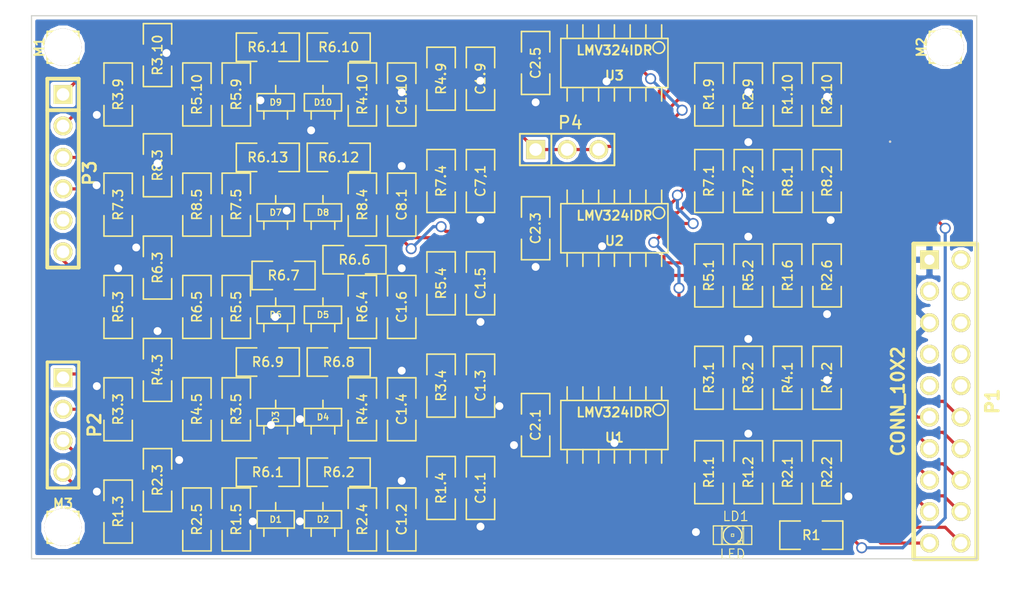
<source format=kicad_pcb>
(kicad_pcb (version 3) (host pcbnew "(2013-07-07 BZR 4022)-stable")
  (layers (15 F.Cu signal) (0 B.Cu signal) (18 B.Paste user) (19 F.Paste user) (20 B.SilkS user) (21 F.SilkS user) (22 B.Mask user) (23 F.Mask user) (28 Edge.Cuts user))
  (net 0 "")
  (net 1 /INP1)
  (net 2 /INP10)
  (net 3 /INP2)
  (net 4 /INP3)
  (net 5 /INP4)
  (net 6 /INP5)
  (net 7 /INP7)
  (net 8 /INP8)
  (net 9 /INP9)
  (net 10 /OUT1)
  (net 11 /OUT10)
  (net 12 /OUT2)
  (net 13 /OUT3)
  (net 14 /OUT4)
  (net 15 /OUT5)
  (net 16 /OUT6)
  (net 17 /OUT7)
  (net 18 /OUT8)
  (net 19 /OUT9)
  (net 20 GND)
  (net 21 N-000001)
  (net 22 N-0000010)
  (net 23 N-0000011)
  (net 24 N-0000012)
  (net 25 N-0000013)
  (net 26 N-0000023)
  (net 27 N-0000024)
  (net 28 N-0000027)
  (net 29 N-0000030)
  (net 30 N-0000031)
  (net 31 N-0000032)
  (net 32 N-0000033)
  (net 33 N-0000034)
  (net 34 N-0000037)
  (net 35 N-0000040)
  (net 36 N-0000049)
  (net 37 N-0000051)
  (net 38 N-0000052)
  (net 39 N-0000053)
  (net 40 N-0000054)
  (net 41 N-0000061)
  (net 42 N-0000062)
  (net 43 N-0000063)
  (net 44 N-0000064)
  (net 45 N-0000065)
  (net 46 N-0000075)
  (net 47 N-0000076)
  (net 48 N-0000077)
  (net 49 N-0000078)
  (net 50 N-0000079)
  (net 51 N-000008)
  (net 52 N-000009)
  (net 53 VCC)
  (module SM1206 (layer F.Cu) (at 147.955 165.1 90)
    (fp_text reference R1.2 (at 0 0 90) (layer F.SilkS) (effects (font (size 0.762 0.762) (thickness 0.127))))
    (fp_text value 1500 hide)
    (pad 1 smd rect (at -1.651 0 90) (size 1.524 2.032) (layers F.Cu F.Paste F.Mask) (net 10 /OUT1))
    (pad 2 smd rect (at 1.651 0 90) (size 1.524 2.032) (layers F.Cu F.Paste F.Mask) (net 20 GND))
  )
  (module SM1206 (layer F.Cu) (at 144.78 165.1 270)
    (fp_text reference R1.1 (at 0 0 270) (layer F.SilkS) (effects (font (size 0.762 0.762) (thickness 0.127))))
    (fp_text value 1500 hide)
    (pad 1 smd rect (at -1.651 0 270) (size 1.524 2.032) (layers F.Cu F.Paste F.Mask) (net 46 N-0000075))
    (pad 2 smd rect (at 1.651 0 270) (size 1.524 2.032) (layers F.Cu F.Paste F.Mask) (net 10 /OUT1))
  )
  (module PIN_ARRAY_4x1 (layer F.Cu) (at 92.71 161.29 270)
    (fp_text reference P2 (at 0 -2.54 270) (layer F.SilkS) (effects (font (size 1.016 1.016) (thickness 0.2032))))
    (fp_text value CONN_4 hide)
    (pad 1 thru_hole rect (at -3.81 0 270) (size 1.524 1.524) (drill 1.016) (layers *.Cu *.Mask F.SilkS) (net 5 /INP4))
    (pad 2 thru_hole circle (at -1.27 0 270) (size 1.524 1.524) (drill 1.016) (layers *.Cu *.Mask F.SilkS) (net 4 /INP3))
    (pad 3 thru_hole circle (at 1.27 0 270) (size 1.524 1.524) (drill 1.016) (layers *.Cu *.Mask F.SilkS) (net 3 /INP2))
    (pad 4 thru_hole circle (at 3.81 0 270) (size 1.524 1.524) (drill 1.016) (layers *.Cu *.Mask F.SilkS) (net 1 /INP1))
  )
  (module PIN_ARRAY_10X2 (layer F.Cu) (at 163.83 159.385 270)
    (fp_text reference P1 (at 0 -3.81 270) (layer F.SilkS) (effects (font (size 1.016 1.016) (thickness 0.254))))
    (fp_text value CONN_10X2 (at 0 3.81 270) (layer F.SilkS) (effects (font (size 1.016 1.016) (thickness 0.2032))))
    (pad 1 thru_hole rect (at -11.43 1.27 270) (size 1.524 1.524) (drill 0.8128) (layers *.Cu *.Mask F.SilkS) (net 20 GND))
    (pad 2 thru_hole circle (at -11.43 -1.27 270) (size 1.524 1.524) (drill 1.016) (layers *.Cu *.Mask F.SilkS))
    (pad 3 thru_hole circle (at -8.89 1.27 270) (size 1.524 1.524) (drill 1.016) (layers *.Cu *.Mask F.SilkS))
    (pad 4 thru_hole circle (at -8.89 -1.27 270) (size 1.524 1.524) (drill 1.016) (layers *.Cu *.Mask F.SilkS))
    (pad 5 thru_hole circle (at -6.35 1.27 270) (size 1.524 1.524) (drill 1.016) (layers *.Cu *.Mask F.SilkS) (net 20 GND))
    (pad 6 thru_hole circle (at -6.35 -1.27 270) (size 1.524 1.524) (drill 1.016) (layers *.Cu *.Mask F.SilkS))
    (pad 7 thru_hole circle (at -3.81 1.27 270) (size 1.524 1.524) (drill 1.016) (layers *.Cu *.Mask F.SilkS))
    (pad 8 thru_hole circle (at -3.81 -1.27 270) (size 1.524 1.524) (drill 1.016) (layers *.Cu *.Mask F.SilkS))
    (pad 9 thru_hole circle (at -1.27 1.27 270) (size 1.524 1.524) (drill 1.016) (layers *.Cu *.Mask F.SilkS))
    (pad 10 thru_hole circle (at -1.27 -1.27 270) (size 1.524 1.524) (drill 1.016) (layers *.Cu *.Mask F.SilkS))
    (pad 11 thru_hole circle (at 1.27 1.27 270) (size 1.524 1.524) (drill 1.016) (layers *.Cu *.Mask F.SilkS) (net 19 /OUT9))
    (pad 12 thru_hole circle (at 1.27 -1.27 270) (size 1.524 1.524) (drill 1.016) (layers *.Cu *.Mask F.SilkS) (net 11 /OUT10))
    (pad 13 thru_hole circle (at 3.81 1.27 270) (size 1.524 1.524) (drill 1.016) (layers *.Cu *.Mask F.SilkS) (net 17 /OUT7))
    (pad 14 thru_hole circle (at 3.81 -1.27 270) (size 1.524 1.524) (drill 1.016) (layers *.Cu *.Mask F.SilkS) (net 18 /OUT8))
    (pad 15 thru_hole circle (at 6.35 1.27 270) (size 1.524 1.524) (drill 1.016) (layers *.Cu *.Mask F.SilkS) (net 15 /OUT5))
    (pad 16 thru_hole circle (at 6.35 -1.27 270) (size 1.524 1.524) (drill 1.016) (layers *.Cu *.Mask F.SilkS) (net 16 /OUT6))
    (pad 17 thru_hole circle (at 8.89 1.27 270) (size 1.524 1.524) (drill 1.016) (layers *.Cu *.Mask F.SilkS) (net 13 /OUT3))
    (pad 18 thru_hole circle (at 8.89 -1.27 270) (size 1.524 1.524) (drill 1.016) (layers *.Cu *.Mask F.SilkS) (net 14 /OUT4))
    (pad 19 thru_hole circle (at 11.43 1.27 270) (size 1.524 1.524) (drill 1.016) (layers *.Cu *.Mask F.SilkS) (net 10 /OUT1))
    (pad 20 thru_hole circle (at 11.43 -1.27 270) (size 1.524 1.524) (drill 1.016) (layers *.Cu *.Mask F.SilkS) (net 12 /OUT2))
  )
  (module SM1206 (layer F.Cu) (at 97.155 168.275 90)
    (fp_text reference R1.3 (at 0 0 90) (layer F.SilkS) (effects (font (size 0.762 0.762) (thickness 0.127))))
    (fp_text value 500K hide)
    (pad 1 smd rect (at -1.651 0 90) (size 1.524 2.032) (layers F.Cu F.Paste F.Mask) (net 1 /INP1))
    (pad 2 smd rect (at 1.651 0 90) (size 1.524 2.032) (layers F.Cu F.Paste F.Mask) (net 20 GND))
  )
  (module SM1206 (layer F.Cu) (at 154.305 165.1 270)
    (fp_text reference R2.2 (at 0 0 270) (layer F.SilkS) (effects (font (size 0.762 0.762) (thickness 0.127))))
    (fp_text value 1500 hide)
    (pad 1 smd rect (at -1.651 0 270) (size 1.524 2.032) (layers F.Cu F.Paste F.Mask) (net 12 /OUT2))
    (pad 2 smd rect (at 1.651 0 270) (size 1.524 2.032) (layers F.Cu F.Paste F.Mask) (net 20 GND))
  )
  (module SM1206 (layer F.Cu) (at 151.13 165.1 90)
    (fp_text reference R2.1 (at 0 0 90) (layer F.SilkS) (effects (font (size 0.762 0.762) (thickness 0.127))))
    (fp_text value 1500 hide)
    (pad 1 smd rect (at -1.651 0 90) (size 1.524 2.032) (layers F.Cu F.Paste F.Mask) (net 28 N-0000027))
    (pad 2 smd rect (at 1.651 0 90) (size 1.524 2.032) (layers F.Cu F.Paste F.Mask) (net 12 /OUT2))
  )
  (module SM1206 (layer F.Cu) (at 100.33 165.735 90)
    (fp_text reference R2.3 (at 0 0 90) (layer F.SilkS) (effects (font (size 0.762 0.762) (thickness 0.127))))
    (fp_text value 500K hide)
    (pad 1 smd rect (at -1.651 0 90) (size 1.524 2.032) (layers F.Cu F.Paste F.Mask) (net 3 /INP2))
    (pad 2 smd rect (at 1.651 0 90) (size 1.524 2.032) (layers F.Cu F.Paste F.Mask) (net 20 GND))
  )
  (module SM1206 (layer F.Cu) (at 147.955 157.48 90)
    (fp_text reference R3.2 (at 0 0 90) (layer F.SilkS) (effects (font (size 0.762 0.762) (thickness 0.127))))
    (fp_text value 1500 hide)
    (pad 1 smd rect (at -1.651 0 90) (size 1.524 2.032) (layers F.Cu F.Paste F.Mask) (net 13 /OUT3))
    (pad 2 smd rect (at 1.651 0 90) (size 1.524 2.032) (layers F.Cu F.Paste F.Mask) (net 20 GND))
  )
  (module SM1206 (layer F.Cu) (at 144.78 157.48 270)
    (fp_text reference R3.1 (at 0 0 270) (layer F.SilkS) (effects (font (size 0.762 0.762) (thickness 0.127))))
    (fp_text value 1500 hide)
    (pad 1 smd rect (at -1.651 0 270) (size 1.524 2.032) (layers F.Cu F.Paste F.Mask) (net 29 N-0000030))
    (pad 2 smd rect (at 1.651 0 270) (size 1.524 2.032) (layers F.Cu F.Paste F.Mask) (net 13 /OUT3))
  )
  (module SM1206 (layer F.Cu) (at 97.155 160.02 90)
    (fp_text reference R3.3 (at 0 0 90) (layer F.SilkS) (effects (font (size 0.762 0.762) (thickness 0.127))))
    (fp_text value 500K hide)
    (pad 1 smd rect (at -1.651 0 90) (size 1.524 2.032) (layers F.Cu F.Paste F.Mask) (net 4 /INP3))
    (pad 2 smd rect (at 1.651 0 90) (size 1.524 2.032) (layers F.Cu F.Paste F.Mask) (net 20 GND))
  )
  (module SM1206 (layer F.Cu) (at 100.33 156.845 90)
    (fp_text reference R4.3 (at 0 0 90) (layer F.SilkS) (effects (font (size 0.762 0.762) (thickness 0.127))))
    (fp_text value 500K hide)
    (pad 1 smd rect (at -1.651 0 90) (size 1.524 2.032) (layers F.Cu F.Paste F.Mask) (net 5 /INP4))
    (pad 2 smd rect (at 1.651 0 90) (size 1.524 2.032) (layers F.Cu F.Paste F.Mask) (net 20 GND))
  )
  (module SM1206 (layer F.Cu) (at 151.13 157.48 90)
    (fp_text reference R4.1 (at 0 0 90) (layer F.SilkS) (effects (font (size 0.762 0.762) (thickness 0.127))))
    (fp_text value 1500 hide)
    (pad 1 smd rect (at -1.651 0 90) (size 1.524 2.032) (layers F.Cu F.Paste F.Mask) (net 49 N-0000078))
    (pad 2 smd rect (at 1.651 0 90) (size 1.524 2.032) (layers F.Cu F.Paste F.Mask) (net 14 /OUT4))
  )
  (module SM1206 (layer F.Cu) (at 154.305 157.48 270)
    (fp_text reference R4.2 (at 0 0 270) (layer F.SilkS) (effects (font (size 0.762 0.762) (thickness 0.127))))
    (fp_text value 1500 hide)
    (pad 1 smd rect (at -1.651 0 270) (size 1.524 2.032) (layers F.Cu F.Paste F.Mask) (net 14 /OUT4))
    (pad 2 smd rect (at 1.651 0 270) (size 1.524 2.032) (layers F.Cu F.Paste F.Mask) (net 20 GND))
  )
  (module SM1206 (layer F.Cu) (at 123.19 166.37 90)
    (fp_text reference R1.4 (at 0 0 90) (layer F.SilkS) (effects (font (size 0.762 0.762) (thickness 0.127))))
    (fp_text value 150 hide)
    (pad 1 smd rect (at -1.651 0 90) (size 1.524 2.032) (layers F.Cu F.Paste F.Mask) (net 36 N-0000049))
    (pad 2 smd rect (at 1.651 0 90) (size 1.524 2.032) (layers F.Cu F.Paste F.Mask) (net 43 N-0000063))
  )
  (module SM1206 (layer F.Cu) (at 106.68 168.91 270)
    (fp_text reference R1.5 (at 0 0 270) (layer F.SilkS) (effects (font (size 0.762 0.762) (thickness 0.127))))
    (fp_text value 2700 hide)
    (pad 1 smd rect (at -1.651 0 270) (size 1.524 2.032) (layers F.Cu F.Paste F.Mask) (net 1 /INP1))
    (pad 2 smd rect (at 1.651 0 270) (size 1.524 2.032) (layers F.Cu F.Paste F.Mask) (net 53 VCC))
  )
  (module SM1206 (layer F.Cu) (at 120.015 168.91 270)
    (fp_text reference C1.2 (at 0 0 270) (layer F.SilkS) (effects (font (size 0.762 0.762) (thickness 0.127))))
    (fp_text value 0.01uF hide)
    (pad 1 smd rect (at -1.651 0 270) (size 1.524 2.032) (layers F.Cu F.Paste F.Mask) (net 20 GND))
    (pad 2 smd rect (at 1.651 0 270) (size 1.524 2.032) (layers F.Cu F.Paste F.Mask) (net 41 N-0000061))
  )
  (module SM1206 (layer F.Cu) (at 126.365 166.37 90)
    (fp_text reference C1.1 (at 0 0 90) (layer F.SilkS) (effects (font (size 0.762 0.762) (thickness 0.127))))
    (fp_text value 0.01uF hide)
    (pad 1 smd rect (at -1.651 0 90) (size 1.524 2.032) (layers F.Cu F.Paste F.Mask) (net 20 GND))
    (pad 2 smd rect (at 1.651 0 90) (size 1.524 2.032) (layers F.Cu F.Paste F.Mask) (net 43 N-0000063))
  )
  (module SM1206 (layer F.Cu) (at 116.84 168.91 270)
    (fp_text reference R2.4 (at 0 0 270) (layer F.SilkS) (effects (font (size 0.762 0.762) (thickness 0.127))))
    (fp_text value 150 hide)
    (pad 1 smd rect (at -1.651 0 270) (size 1.524 2.032) (layers F.Cu F.Paste F.Mask) (net 37 N-0000051))
    (pad 2 smd rect (at 1.651 0 270) (size 1.524 2.032) (layers F.Cu F.Paste F.Mask) (net 41 N-0000061))
  )
  (module SM1206 (layer F.Cu) (at 130.81 161.29 270)
    (fp_text reference C2.1 (at 0 0 270) (layer F.SilkS) (effects (font (size 0.762 0.762) (thickness 0.127))))
    (fp_text value 0.1uF hide)
    (pad 1 smd rect (at -1.651 0 270) (size 1.524 2.032) (layers F.Cu F.Paste F.Mask) (net 53 VCC))
    (pad 2 smd rect (at 1.651 0 270) (size 1.524 2.032) (layers F.Cu F.Paste F.Mask) (net 20 GND))
  )
  (module SM1206 (layer F.Cu) (at 103.505 168.91 270)
    (fp_text reference R2.5 (at 0 0 270) (layer F.SilkS) (effects (font (size 0.762 0.762) (thickness 0.127))))
    (fp_text value 2700 hide)
    (pad 1 smd rect (at -1.651 0 270) (size 1.524 2.032) (layers F.Cu F.Paste F.Mask) (net 3 /INP2))
    (pad 2 smd rect (at 1.651 0 270) (size 1.524 2.032) (layers F.Cu F.Paste F.Mask) (net 53 VCC))
  )
  (module SM1206 (layer F.Cu) (at 123.19 158.115 90)
    (fp_text reference R3.4 (at 0 0 90) (layer F.SilkS) (effects (font (size 0.762 0.762) (thickness 0.127))))
    (fp_text value 150 hide)
    (pad 1 smd rect (at -1.651 0 90) (size 1.524 2.032) (layers F.Cu F.Paste F.Mask) (net 47 N-0000076))
    (pad 2 smd rect (at 1.651 0 90) (size 1.524 2.032) (layers F.Cu F.Paste F.Mask) (net 42 N-0000062))
  )
  (module SM1206 (layer F.Cu) (at 106.68 160.02 270)
    (fp_text reference R3.5 (at 0 0 270) (layer F.SilkS) (effects (font (size 0.762 0.762) (thickness 0.127))))
    (fp_text value 2700 hide)
    (pad 1 smd rect (at -1.651 0 270) (size 1.524 2.032) (layers F.Cu F.Paste F.Mask) (net 4 /INP3))
    (pad 2 smd rect (at 1.651 0 270) (size 1.524 2.032) (layers F.Cu F.Paste F.Mask) (net 53 VCC))
  )
  (module SM1206 (layer F.Cu) (at 116.84 160.02 270)
    (fp_text reference R4.4 (at 0 0 270) (layer F.SilkS) (effects (font (size 0.762 0.762) (thickness 0.127))))
    (fp_text value 150 hide)
    (pad 1 smd rect (at -1.651 0 270) (size 1.524 2.032) (layers F.Cu F.Paste F.Mask) (net 44 N-0000064))
    (pad 2 smd rect (at 1.651 0 270) (size 1.524 2.032) (layers F.Cu F.Paste F.Mask) (net 45 N-0000065))
  )
  (module SM1206 (layer F.Cu) (at 103.505 160.02 270)
    (fp_text reference R4.5 (at 0 0 270) (layer F.SilkS) (effects (font (size 0.762 0.762) (thickness 0.127))))
    (fp_text value 2700 hide)
    (pad 1 smd rect (at -1.651 0 270) (size 1.524 2.032) (layers F.Cu F.Paste F.Mask) (net 5 /INP4))
    (pad 2 smd rect (at 1.651 0 270) (size 1.524 2.032) (layers F.Cu F.Paste F.Mask) (net 53 VCC))
  )
  (module SM1206 (layer F.Cu) (at 147.955 149.225 90)
    (fp_text reference R5.2 (at 0 0 90) (layer F.SilkS) (effects (font (size 0.762 0.762) (thickness 0.127))))
    (fp_text value 1500 hide)
    (pad 1 smd rect (at -1.651 0 90) (size 1.524 2.032) (layers F.Cu F.Paste F.Mask) (net 15 /OUT5))
    (pad 2 smd rect (at 1.651 0 90) (size 1.524 2.032) (layers F.Cu F.Paste F.Mask) (net 20 GND))
  )
  (module SM1206 (layer F.Cu) (at 103.505 151.765 270)
    (fp_text reference R6.5 (at 0 0 270) (layer F.SilkS) (effects (font (size 0.762 0.762) (thickness 0.127))))
    (fp_text value 2700 hide)
    (pad 1 smd rect (at -1.651 0 270) (size 1.524 2.032) (layers F.Cu F.Paste F.Mask) (net 50 N-0000079))
    (pad 2 smd rect (at 1.651 0 270) (size 1.524 2.032) (layers F.Cu F.Paste F.Mask) (net 53 VCC))
  )
  (module SM1206 (layer F.Cu) (at 116.84 151.765 270)
    (fp_text reference R6.4 (at 0 0 270) (layer F.SilkS) (effects (font (size 0.762 0.762) (thickness 0.127))))
    (fp_text value 150 hide)
    (pad 1 smd rect (at -1.651 0 270) (size 1.524 2.032) (layers F.Cu F.Paste F.Mask) (net 39 N-0000053))
    (pad 2 smd rect (at 1.651 0 270) (size 1.524 2.032) (layers F.Cu F.Paste F.Mask) (net 52 N-000009))
  )
  (module SM1206 (layer F.Cu) (at 106.68 151.765 270)
    (fp_text reference R5.5 (at 0 0 270) (layer F.SilkS) (effects (font (size 0.762 0.762) (thickness 0.127))))
    (fp_text value 2700 hide)
    (pad 1 smd rect (at -1.651 0 270) (size 1.524 2.032) (layers F.Cu F.Paste F.Mask) (net 6 /INP5))
    (pad 2 smd rect (at 1.651 0 270) (size 1.524 2.032) (layers F.Cu F.Paste F.Mask) (net 53 VCC))
  )
  (module SM1206 (layer F.Cu) (at 123.19 149.86 90)
    (fp_text reference R5.4 (at 0 0 90) (layer F.SilkS) (effects (font (size 0.762 0.762) (thickness 0.127))))
    (fp_text value 150 hide)
    (pad 1 smd rect (at -1.651 0 90) (size 1.524 2.032) (layers F.Cu F.Paste F.Mask) (net 40 N-0000054))
    (pad 2 smd rect (at 1.651 0 90) (size 1.524 2.032) (layers F.Cu F.Paste F.Mask) (net 51 N-000008))
  )
  (module SM1206 (layer F.Cu) (at 114.935 165.1)
    (fp_text reference R6.2 (at 0 0) (layer F.SilkS) (effects (font (size 0.762 0.762) (thickness 0.127))))
    (fp_text value 10k hide)
    (pad 1 smd rect (at -1.651 0) (size 1.524 2.032) (layers F.Cu F.Paste F.Mask) (net 3 /INP2))
    (pad 2 smd rect (at 1.651 0) (size 1.524 2.032) (layers F.Cu F.Paste F.Mask) (net 37 N-0000051))
  )
  (module SM1206 (layer F.Cu) (at 109.22 165.1)
    (fp_text reference R6.1 (at 0 0) (layer F.SilkS) (effects (font (size 0.762 0.762) (thickness 0.127))))
    (fp_text value 10k hide)
    (pad 1 smd rect (at -1.651 0) (size 1.524 2.032) (layers F.Cu F.Paste F.Mask) (net 1 /INP1))
    (pad 2 smd rect (at 1.651 0) (size 1.524 2.032) (layers F.Cu F.Paste F.Mask) (net 36 N-0000049))
  )
  (module SM1206 (layer F.Cu) (at 97.155 151.765 90)
    (fp_text reference R5.3 (at 0 0 90) (layer F.SilkS) (effects (font (size 0.762 0.762) (thickness 0.127))))
    (fp_text value 500K hide)
    (pad 1 smd rect (at -1.651 0 90) (size 1.524 2.032) (layers F.Cu F.Paste F.Mask) (net 6 /INP5))
    (pad 2 smd rect (at 1.651 0 90) (size 1.524 2.032) (layers F.Cu F.Paste F.Mask) (net 20 GND))
  )
  (module SM1206 (layer F.Cu) (at 144.78 149.225 270)
    (fp_text reference R5.1 (at 0 0 270) (layer F.SilkS) (effects (font (size 0.762 0.762) (thickness 0.127))))
    (fp_text value 1500 hide)
    (pad 1 smd rect (at -1.651 0 270) (size 1.524 2.032) (layers F.Cu F.Paste F.Mask) (net 24 N-0000012))
    (pad 2 smd rect (at 1.651 0 270) (size 1.524 2.032) (layers F.Cu F.Paste F.Mask) (net 15 /OUT5))
  )
  (module SM1206 (layer F.Cu) (at 153.035 170.18 180)
    (fp_text reference R1 (at 0 0 180) (layer F.SilkS) (effects (font (size 0.762 0.762) (thickness 0.127))))
    (fp_text value 150 hide)
    (pad 1 smd rect (at -1.651 0 180) (size 1.524 2.032) (layers F.Cu F.Paste F.Mask) (net 53 VCC))
    (pad 2 smd rect (at 1.651 0 180) (size 1.524 2.032) (layers F.Cu F.Paste F.Mask) (net 22 N-0000010))
  )
  (module PIN_ARRAY_3X1 (layer F.Cu) (at 133.35 139.065)
    (fp_text reference P4 (at 0.254 -2.159) (layer F.SilkS) (effects (font (size 1.016 1.016) (thickness 0.1524))))
    (fp_text value CONN_3 hide)
    (pad 1 thru_hole rect (at -2.54 0) (size 1.524 1.524) (drill 1.016) (layers *.Cu *.Mask F.SilkS) (net 53 VCC))
    (pad 2 thru_hole circle (at 0 0) (size 1.524 1.524) (drill 1.016) (layers *.Cu *.Mask F.SilkS) (net 53 VCC))
    (pad 3 thru_hole circle (at 2.54 0) (size 1.524 1.524) (drill 1.016) (layers *.Cu *.Mask F.SilkS) (net 53 VCC))
  )
  (module LED-1206 (layer F.Cu) (at 146.685 170.18)
    (fp_text reference LD1 (at 0.254 -1.524) (layer F.SilkS) (effects (font (size 0.762 0.762) (thickness 0.0889))))
    (fp_text value LED (at 0 1.524) (layer F.SilkS) (effects (font (size 0.762 0.762) (thickness 0.0889))))
    (pad 1 smd rect (at -1.41986 0) (size 1.59766 1.80086) (layers F.Cu F.Paste F.Mask) (net 20 GND))
    (pad 2 smd rect (at 1.41986 0) (size 1.59766 1.80086) (layers F.Cu F.Paste F.Mask) (net 22 N-0000010))
  )
  (module sot23 (layer F.Cu) (at 109.855 160.655)
    (fp_text reference D3 (at 0 0 90) (layer F.SilkS) (effects (font (size 0.50038 0.50038) (thickness 0.09906))))
    (fp_text value DOUBLE_SCHOTTKY hide)
    (pad 1 smd rect (at -0.9525 1.05664) (size 0.59944 1.00076) (layers F.Cu F.Paste F.Mask) (net 20 GND))
    (pad 2 smd rect (at 0 -1.05664) (size 0.59944 1.00076) (layers F.Cu F.Paste F.Mask) (net 47 N-0000076))
    (pad 3 smd rect (at 0.9525 1.05664) (size 0.59944 1.00076) (layers F.Cu F.Paste F.Mask) (net 53 VCC))
  )
  (module sot23 (layer F.Cu) (at 113.665 135.255)
    (fp_text reference D10 (at 0 0) (layer F.SilkS) (effects (font (size 0.50038 0.50038) (thickness 0.09906))))
    (fp_text value DOUBLE_SCHOTTKY hide)
    (pad 1 smd rect (at -0.9525 1.05664) (size 0.59944 1.00076) (layers F.Cu F.Paste F.Mask) (net 20 GND))
    (pad 2 smd rect (at 0 -1.05664) (size 0.59944 1.00076) (layers F.Cu F.Paste F.Mask) (net 30 N-0000031))
    (pad 3 smd rect (at 0.9525 1.05664) (size 0.59944 1.00076) (layers F.Cu F.Paste F.Mask) (net 53 VCC))
  )
  (module sot23 (layer F.Cu) (at 109.855 135.255)
    (fp_text reference D9 (at 0 0) (layer F.SilkS) (effects (font (size 0.50038 0.50038) (thickness 0.09906))))
    (fp_text value DOUBLE_SCHOTTKY hide)
    (pad 1 smd rect (at -0.9525 1.05664) (size 0.59944 1.00076) (layers F.Cu F.Paste F.Mask) (net 20 GND))
    (pad 2 smd rect (at 0 -1.05664) (size 0.59944 1.00076) (layers F.Cu F.Paste F.Mask) (net 31 N-0000032))
    (pad 3 smd rect (at 0.9525 1.05664) (size 0.59944 1.00076) (layers F.Cu F.Paste F.Mask) (net 53 VCC))
  )
  (module sot23 (layer F.Cu) (at 113.665 168.91)
    (fp_text reference D2 (at 0 0) (layer F.SilkS) (effects (font (size 0.50038 0.50038) (thickness 0.09906))))
    (fp_text value DOUBLE_SCHOTTKY hide)
    (pad 1 smd rect (at -0.9525 1.05664) (size 0.59944 1.00076) (layers F.Cu F.Paste F.Mask) (net 20 GND))
    (pad 2 smd rect (at 0 -1.05664) (size 0.59944 1.00076) (layers F.Cu F.Paste F.Mask) (net 37 N-0000051))
    (pad 3 smd rect (at 0.9525 1.05664) (size 0.59944 1.00076) (layers F.Cu F.Paste F.Mask) (net 53 VCC))
  )
  (module sot23 (layer F.Cu) (at 113.665 160.655)
    (fp_text reference D4 (at 0 0) (layer F.SilkS) (effects (font (size 0.50038 0.50038) (thickness 0.09906))))
    (fp_text value DOUBLE_SCHOTTKY hide)
    (pad 1 smd rect (at -0.9525 1.05664) (size 0.59944 1.00076) (layers F.Cu F.Paste F.Mask) (net 20 GND))
    (pad 2 smd rect (at 0 -1.05664) (size 0.59944 1.00076) (layers F.Cu F.Paste F.Mask) (net 44 N-0000064))
    (pad 3 smd rect (at 0.9525 1.05664) (size 0.59944 1.00076) (layers F.Cu F.Paste F.Mask) (net 53 VCC))
  )
  (module SM1206 (layer F.Cu) (at 147.955 134.62 90)
    (fp_text reference R2.9 (at 0 0 90) (layer F.SilkS) (effects (font (size 0.762 0.762) (thickness 0.127))))
    (fp_text value 1500 hide)
    (pad 1 smd rect (at -1.651 0 90) (size 1.524 2.032) (layers F.Cu F.Paste F.Mask) (net 19 /OUT9))
    (pad 2 smd rect (at 1.651 0 90) (size 1.524 2.032) (layers F.Cu F.Paste F.Mask) (net 20 GND))
  )
  (module SM1206 (layer F.Cu) (at 144.78 134.62 270)
    (fp_text reference R1.9 (at 0 0 270) (layer F.SilkS) (effects (font (size 0.762 0.762) (thickness 0.127))))
    (fp_text value 1500 hide)
    (pad 1 smd rect (at -1.651 0 270) (size 1.524 2.032) (layers F.Cu F.Paste F.Mask) (net 21 N-000001))
    (pad 2 smd rect (at 1.651 0 270) (size 1.524 2.032) (layers F.Cu F.Paste F.Mask) (net 19 /OUT9))
  )
  (module SM1206 (layer F.Cu) (at 97.155 134.62 270)
    (fp_text reference R3.9 (at 0 0 270) (layer F.SilkS) (effects (font (size 0.762 0.762) (thickness 0.127))))
    (fp_text value 500K hide)
    (pad 1 smd rect (at -1.651 0 270) (size 1.524 2.032) (layers F.Cu F.Paste F.Mask) (net 9 /INP9))
    (pad 2 smd rect (at 1.651 0 270) (size 1.524 2.032) (layers F.Cu F.Paste F.Mask) (net 20 GND))
  )
  (module SM1206 (layer F.Cu) (at 100.33 131.445 90)
    (fp_text reference R3.10 (at 0 0 90) (layer F.SilkS) (effects (font (size 0.762 0.762) (thickness 0.127))))
    (fp_text value 500K hide)
    (pad 1 smd rect (at -1.651 0 90) (size 1.524 2.032) (layers F.Cu F.Paste F.Mask) (net 2 /INP10))
    (pad 2 smd rect (at 1.651 0 90) (size 1.524 2.032) (layers F.Cu F.Paste F.Mask) (net 20 GND))
  )
  (module SM1206 (layer F.Cu) (at 151.13 134.62 90)
    (fp_text reference R1.10 (at 0 0 90) (layer F.SilkS) (effects (font (size 0.762 0.762) (thickness 0.127))))
    (fp_text value 1500 hide)
    (pad 1 smd rect (at -1.651 0 90) (size 1.524 2.032) (layers F.Cu F.Paste F.Mask) (net 38 N-0000052))
    (pad 2 smd rect (at 1.651 0 90) (size 1.524 2.032) (layers F.Cu F.Paste F.Mask) (net 11 /OUT10))
  )
  (module SM1206 (layer F.Cu) (at 154.305 134.62 270)
    (fp_text reference R2.10 (at 0 0 270) (layer F.SilkS) (effects (font (size 0.762 0.762) (thickness 0.127))))
    (fp_text value 1500 hide)
    (pad 1 smd rect (at -1.651 0 270) (size 1.524 2.032) (layers F.Cu F.Paste F.Mask) (net 11 /OUT10))
    (pad 2 smd rect (at 1.651 0 270) (size 1.524 2.032) (layers F.Cu F.Paste F.Mask) (net 20 GND))
  )
  (module SM1206 (layer F.Cu) (at 123.19 133.35 90)
    (fp_text reference R4.9 (at 0 0 90) (layer F.SilkS) (effects (font (size 0.762 0.762) (thickness 0.127))))
    (fp_text value 150 hide)
    (pad 1 smd rect (at -1.651 0 90) (size 1.524 2.032) (layers F.Cu F.Paste F.Mask) (net 31 N-0000032))
    (pad 2 smd rect (at 1.651 0 90) (size 1.524 2.032) (layers F.Cu F.Paste F.Mask) (net 32 N-0000033))
  )
  (module SM1206 (layer F.Cu) (at 126.365 133.35 90)
    (fp_text reference C1.9 (at 0 0 90) (layer F.SilkS) (effects (font (size 0.762 0.762) (thickness 0.127))))
    (fp_text value 0.01uF hide)
    (pad 1 smd rect (at -1.651 0 90) (size 1.524 2.032) (layers F.Cu F.Paste F.Mask) (net 20 GND))
    (pad 2 smd rect (at 1.651 0 90) (size 1.524 2.032) (layers F.Cu F.Paste F.Mask) (net 32 N-0000033))
  )
  (module SM1206 (layer F.Cu) (at 106.68 134.62 270)
    (fp_text reference R5.9 (at 0 0 270) (layer F.SilkS) (effects (font (size 0.762 0.762) (thickness 0.127))))
    (fp_text value 2700 hide)
    (pad 1 smd rect (at -1.651 0 270) (size 1.524 2.032) (layers F.Cu F.Paste F.Mask) (net 9 /INP9))
    (pad 2 smd rect (at 1.651 0 270) (size 1.524 2.032) (layers F.Cu F.Paste F.Mask) (net 53 VCC))
  )
  (module SM1206 (layer F.Cu) (at 116.84 134.62 270)
    (fp_text reference R4.10 (at 0 0 270) (layer F.SilkS) (effects (font (size 0.762 0.762) (thickness 0.127))))
    (fp_text value 150 hide)
    (pad 1 smd rect (at -1.651 0 270) (size 1.524 2.032) (layers F.Cu F.Paste F.Mask) (net 30 N-0000031))
    (pad 2 smd rect (at 1.651 0 270) (size 1.524 2.032) (layers F.Cu F.Paste F.Mask) (net 35 N-0000040))
  )
  (module SM1206 (layer F.Cu) (at 120.015 134.62 270)
    (fp_text reference C1.10 (at 0 0 270) (layer F.SilkS) (effects (font (size 0.762 0.762) (thickness 0.127))))
    (fp_text value 0.01uF hide)
    (pad 1 smd rect (at -1.651 0 270) (size 1.524 2.032) (layers F.Cu F.Paste F.Mask) (net 20 GND))
    (pad 2 smd rect (at 1.651 0 270) (size 1.524 2.032) (layers F.Cu F.Paste F.Mask) (net 35 N-0000040))
  )
  (module SM1206 (layer F.Cu) (at 103.505 134.62 270)
    (fp_text reference R5.10 (at 0 0 270) (layer F.SilkS) (effects (font (size 0.762 0.762) (thickness 0.127))))
    (fp_text value 2700 hide)
    (pad 1 smd rect (at -1.651 0 270) (size 1.524 2.032) (layers F.Cu F.Paste F.Mask) (net 2 /INP10))
    (pad 2 smd rect (at 1.651 0 270) (size 1.524 2.032) (layers F.Cu F.Paste F.Mask) (net 53 VCC))
  )
  (module sot23 (layer F.Cu) (at 109.855 168.91)
    (fp_text reference D1 (at 0 0) (layer F.SilkS) (effects (font (size 0.50038 0.50038) (thickness 0.09906))))
    (fp_text value DOUBLE_SCHOTTKY hide)
    (pad 1 smd rect (at -0.9525 1.05664) (size 0.59944 1.00076) (layers F.Cu F.Paste F.Mask) (net 20 GND))
    (pad 2 smd rect (at 0 -1.05664) (size 0.59944 1.00076) (layers F.Cu F.Paste F.Mask) (net 36 N-0000049))
    (pad 3 smd rect (at 0.9525 1.05664) (size 0.59944 1.00076) (layers F.Cu F.Paste F.Mask) (net 53 VCC))
  )
  (module PIN_ARRAY-6X1 (layer F.Cu) (at 92.71 140.97 270)
    (fp_text reference P3 (at 0 -2.159 270) (layer F.SilkS) (effects (font (size 1.016 1.016) (thickness 0.2032))))
    (fp_text value CONN_6 hide)
    (pad 1 thru_hole rect (at -6.35 0 270) (size 1.524 1.524) (drill 1.016) (layers *.Cu *.Mask F.SilkS) (net 2 /INP10))
    (pad 2 thru_hole circle (at -3.81 0 270) (size 1.524 1.524) (drill 1.016) (layers *.Cu *.Mask F.SilkS) (net 9 /INP9))
    (pad 3 thru_hole circle (at -1.27 0 270) (size 1.524 1.524) (drill 1.016) (layers *.Cu *.Mask F.SilkS) (net 8 /INP8))
    (pad 4 thru_hole circle (at 1.27 0 270) (size 1.524 1.524) (drill 1.016) (layers *.Cu *.Mask F.SilkS) (net 7 /INP7))
    (pad 5 thru_hole circle (at 3.81 0 270) (size 1.524 1.524) (drill 1.016) (layers *.Cu *.Mask F.SilkS))
    (pad 6 thru_hole circle (at 6.35 0 270) (size 1.524 1.524) (drill 1.016) (layers *.Cu *.Mask F.SilkS) (net 6 /INP5))
  )
  (module SM1206 (layer F.Cu) (at 126.365 158.115 90)
    (fp_text reference C1.3 (at 0 0 90) (layer F.SilkS) (effects (font (size 0.762 0.762) (thickness 0.127))))
    (fp_text value 0.01uF hide)
    (pad 1 smd rect (at -1.651 0 90) (size 1.524 2.032) (layers F.Cu F.Paste F.Mask) (net 20 GND))
    (pad 2 smd rect (at 1.651 0 90) (size 1.524 2.032) (layers F.Cu F.Paste F.Mask) (net 42 N-0000062))
  )
  (module SM1206 (layer F.Cu) (at 120.015 160.02 270)
    (fp_text reference C1.4 (at 0 0 270) (layer F.SilkS) (effects (font (size 0.762 0.762) (thickness 0.127))))
    (fp_text value 0.01uF hide)
    (pad 1 smd rect (at -1.651 0 270) (size 1.524 2.032) (layers F.Cu F.Paste F.Mask) (net 20 GND))
    (pad 2 smd rect (at 1.651 0 270) (size 1.524 2.032) (layers F.Cu F.Paste F.Mask) (net 45 N-0000065))
  )
  (module SM1206 (layer F.Cu) (at 130.81 132.08 90)
    (fp_text reference C2.5 (at 0 0 90) (layer F.SilkS) (effects (font (size 0.762 0.762) (thickness 0.127))))
    (fp_text value 0.1uF hide)
    (pad 1 smd rect (at -1.651 0 90) (size 1.524 2.032) (layers F.Cu F.Paste F.Mask) (net 20 GND))
    (pad 2 smd rect (at 1.651 0 90) (size 1.524 2.032) (layers F.Cu F.Paste F.Mask) (net 53 VCC))
  )
  (module SM1206 (layer F.Cu) (at 126.365 149.86 90)
    (fp_text reference C1.5 (at 0 0 90) (layer F.SilkS) (effects (font (size 0.762 0.762) (thickness 0.127))))
    (fp_text value 0.01uF hide)
    (pad 1 smd rect (at -1.651 0 90) (size 1.524 2.032) (layers F.Cu F.Paste F.Mask) (net 20 GND))
    (pad 2 smd rect (at 1.651 0 90) (size 1.524 2.032) (layers F.Cu F.Paste F.Mask) (net 51 N-000008))
  )
  (module SM1206 (layer F.Cu) (at 120.015 151.765 270)
    (fp_text reference C1.6 (at 0 0 270) (layer F.SilkS) (effects (font (size 0.762 0.762) (thickness 0.127))))
    (fp_text value 0.01uF hide)
    (pad 1 smd rect (at -1.651 0 270) (size 1.524 2.032) (layers F.Cu F.Paste F.Mask) (net 20 GND))
    (pad 2 smd rect (at 1.651 0 270) (size 1.524 2.032) (layers F.Cu F.Paste F.Mask) (net 52 N-000009))
  )
  (module SM1206 (layer F.Cu) (at 100.33 148.59 90)
    (fp_text reference R6.3 (at 0 0 90) (layer F.SilkS) (effects (font (size 0.762 0.762) (thickness 0.127))))
    (fp_text value 500K hide)
    (pad 1 smd rect (at -1.651 0 90) (size 1.524 2.032) (layers F.Cu F.Paste F.Mask) (net 50 N-0000079))
    (pad 2 smd rect (at 1.651 0 90) (size 1.524 2.032) (layers F.Cu F.Paste F.Mask) (net 20 GND))
  )
  (module PIN_ARRAY_1 (layer F.Cu) (at 92.71 130.81 90)
    (fp_text reference M1 (at 0 -1.905 90) (layer F.SilkS) (effects (font (size 0.762 0.762) (thickness 0.1524))))
    (fp_text value CONN_1 hide)
    (pad 1 thru_hole circle (at 0 0 90) (size 3 3) (drill 3) (layers *.Cu *.Mask F.SilkS))
  )
  (module PIN_ARRAY_1 (layer F.Cu) (at 163.83 130.81 90)
    (fp_text reference M2 (at 0 -1.905 90) (layer F.SilkS) (effects (font (size 0.762 0.762) (thickness 0.1524))))
    (fp_text value CONN_1 hide)
    (pad 1 thru_hole circle (at 0 0 90) (size 3 3) (drill 3) (layers *.Cu *.Mask F.SilkS))
  )
  (module SM1206 (layer F.Cu) (at 120.015 143.51 270)
    (fp_text reference C8.1 (at 0 0 270) (layer F.SilkS) (effects (font (size 0.762 0.762) (thickness 0.127))))
    (fp_text value 0.01uF hide)
    (pad 1 smd rect (at -1.651 0 270) (size 1.524 2.032) (layers F.Cu F.Paste F.Mask) (net 20 GND))
    (pad 2 smd rect (at 1.651 0 270) (size 1.524 2.032) (layers F.Cu F.Paste F.Mask) (net 23 N-0000011))
  )
  (module SM1206 (layer F.Cu) (at 126.365 141.605 90)
    (fp_text reference C7,1 (at 0 0 90) (layer F.SilkS) (effects (font (size 0.762 0.762) (thickness 0.127))))
    (fp_text value 0.01uF hide)
    (pad 1 smd rect (at -1.651 0 90) (size 1.524 2.032) (layers F.Cu F.Paste F.Mask) (net 20 GND))
    (pad 2 smd rect (at 1.651 0 90) (size 1.524 2.032) (layers F.Cu F.Paste F.Mask) (net 33 N-0000034))
  )
  (module SM1206 (layer F.Cu) (at 130.81 145.415 270)
    (fp_text reference C2.3 (at 0 0 270) (layer F.SilkS) (effects (font (size 0.762 0.762) (thickness 0.127))))
    (fp_text value 0.1uF hide)
    (pad 1 smd rect (at -1.651 0 270) (size 1.524 2.032) (layers F.Cu F.Paste F.Mask) (net 53 VCC))
    (pad 2 smd rect (at 1.651 0 270) (size 1.524 2.032) (layers F.Cu F.Paste F.Mask) (net 20 GND))
  )
  (module SM1206 (layer F.Cu) (at 144.78 141.605 270)
    (fp_text reference R7.1 (at 0 0 270) (layer F.SilkS) (effects (font (size 0.762 0.762) (thickness 0.127))))
    (fp_text value 1500 hide)
    (pad 1 smd rect (at -1.651 0 270) (size 1.524 2.032) (layers F.Cu F.Paste F.Mask) (net 34 N-0000037))
    (pad 2 smd rect (at 1.651 0 270) (size 1.524 2.032) (layers F.Cu F.Paste F.Mask) (net 17 /OUT7))
  )
  (module SM1206 (layer F.Cu) (at 147.955 141.605 90)
    (fp_text reference R7.2 (at 0 0 90) (layer F.SilkS) (effects (font (size 0.762 0.762) (thickness 0.127))))
    (fp_text value 1500 hide)
    (pad 1 smd rect (at -1.651 0 90) (size 1.524 2.032) (layers F.Cu F.Paste F.Mask) (net 17 /OUT7))
    (pad 2 smd rect (at 1.651 0 90) (size 1.524 2.032) (layers F.Cu F.Paste F.Mask) (net 20 GND))
  )
  (module SM1206 (layer F.Cu) (at 103.505 143.51 270)
    (fp_text reference R8.5 (at 0 0 270) (layer F.SilkS) (effects (font (size 0.762 0.762) (thickness 0.127))))
    (fp_text value 2700 hide)
    (pad 1 smd rect (at -1.651 0 270) (size 1.524 2.032) (layers F.Cu F.Paste F.Mask) (net 8 /INP8))
    (pad 2 smd rect (at 1.651 0 270) (size 1.524 2.032) (layers F.Cu F.Paste F.Mask) (net 53 VCC))
  )
  (module SM1206 (layer F.Cu) (at 116.84 143.51 270)
    (fp_text reference R8.4 (at 0 0 270) (layer F.SilkS) (effects (font (size 0.762 0.762) (thickness 0.127))))
    (fp_text value 150 hide)
    (pad 1 smd rect (at -1.651 0 270) (size 1.524 2.032) (layers F.Cu F.Paste F.Mask) (net 26 N-0000023))
    (pad 2 smd rect (at 1.651 0 270) (size 1.524 2.032) (layers F.Cu F.Paste F.Mask) (net 23 N-0000011))
  )
  (module SM1206 (layer F.Cu) (at 106.68 143.51 270)
    (fp_text reference R7.5 (at 0 0 270) (layer F.SilkS) (effects (font (size 0.762 0.762) (thickness 0.127))))
    (fp_text value 2700 hide)
    (pad 1 smd rect (at -1.651 0 270) (size 1.524 2.032) (layers F.Cu F.Paste F.Mask) (net 7 /INP7))
    (pad 2 smd rect (at 1.651 0 270) (size 1.524 2.032) (layers F.Cu F.Paste F.Mask) (net 53 VCC))
  )
  (module SM1206 (layer F.Cu) (at 123.19 141.605 90)
    (fp_text reference R7.4 (at 0 0 90) (layer F.SilkS) (effects (font (size 0.762 0.762) (thickness 0.127))))
    (fp_text value 150 hide)
    (pad 1 smd rect (at -1.651 0 90) (size 1.524 2.032) (layers F.Cu F.Paste F.Mask) (net 27 N-0000024))
    (pad 2 smd rect (at 1.651 0 90) (size 1.524 2.032) (layers F.Cu F.Paste F.Mask) (net 33 N-0000034))
  )
  (module SM1206 (layer F.Cu) (at 154.305 141.605 270)
    (fp_text reference R8.2 (at 0 0 270) (layer F.SilkS) (effects (font (size 0.762 0.762) (thickness 0.127))))
    (fp_text value 1500 hide)
    (pad 1 smd rect (at -1.651 0 270) (size 1.524 2.032) (layers F.Cu F.Paste F.Mask) (net 18 /OUT8))
    (pad 2 smd rect (at 1.651 0 270) (size 1.524 2.032) (layers F.Cu F.Paste F.Mask) (net 20 GND))
  )
  (module SM1206 (layer F.Cu) (at 151.13 141.605 90)
    (fp_text reference R8.1 (at 0 0 90) (layer F.SilkS) (effects (font (size 0.762 0.762) (thickness 0.127))))
    (fp_text value 1500 hide)
    (pad 1 smd rect (at -1.651 0 90) (size 1.524 2.032) (layers F.Cu F.Paste F.Mask) (net 48 N-0000077))
    (pad 2 smd rect (at 1.651 0 90) (size 1.524 2.032) (layers F.Cu F.Paste F.Mask) (net 18 /OUT8))
  )
  (module SM1206 (layer F.Cu) (at 100.33 140.335 90)
    (fp_text reference R8.3 (at 0 0 90) (layer F.SilkS) (effects (font (size 0.762 0.762) (thickness 0.127))))
    (fp_text value 500K hide)
    (pad 1 smd rect (at -1.651 0 90) (size 1.524 2.032) (layers F.Cu F.Paste F.Mask) (net 8 /INP8))
    (pad 2 smd rect (at 1.651 0 90) (size 1.524 2.032) (layers F.Cu F.Paste F.Mask) (net 20 GND))
  )
  (module SM1206 (layer F.Cu) (at 97.155 143.51 90)
    (fp_text reference R7.3 (at 0 0 90) (layer F.SilkS) (effects (font (size 0.762 0.762) (thickness 0.127))))
    (fp_text value 500K hide)
    (pad 1 smd rect (at -1.651 0 90) (size 1.524 2.032) (layers F.Cu F.Paste F.Mask) (net 7 /INP7))
    (pad 2 smd rect (at 1.651 0 90) (size 1.524 2.032) (layers F.Cu F.Paste F.Mask) (net 20 GND))
  )
  (module sot23 (layer F.Cu) (at 113.665 152.4)
    (fp_text reference D5 (at 0 0) (layer F.SilkS) (effects (font (size 0.50038 0.50038) (thickness 0.09906))))
    (fp_text value DOUBLE_SCHOTTKY hide)
    (pad 1 smd rect (at -0.9525 1.05664) (size 0.59944 1.00076) (layers F.Cu F.Paste F.Mask) (net 20 GND))
    (pad 2 smd rect (at 0 -1.05664) (size 0.59944 1.00076) (layers F.Cu F.Paste F.Mask) (net 39 N-0000053))
    (pad 3 smd rect (at 0.9525 1.05664) (size 0.59944 1.00076) (layers F.Cu F.Paste F.Mask) (net 53 VCC))
  )
  (module sot23 (layer F.Cu) (at 109.855 152.4)
    (fp_text reference D6 (at 0 0) (layer F.SilkS) (effects (font (size 0.50038 0.50038) (thickness 0.09906))))
    (fp_text value DOUBLE_SCHOTTKY hide)
    (pad 1 smd rect (at -0.9525 1.05664) (size 0.59944 1.00076) (layers F.Cu F.Paste F.Mask) (net 20 GND))
    (pad 2 smd rect (at 0 -1.05664) (size 0.59944 1.00076) (layers F.Cu F.Paste F.Mask) (net 40 N-0000054))
    (pad 3 smd rect (at 0.9525 1.05664) (size 0.59944 1.00076) (layers F.Cu F.Paste F.Mask) (net 53 VCC))
  )
  (module sot23 (layer F.Cu) (at 113.665 144.145)
    (fp_text reference D8 (at 0 0) (layer F.SilkS) (effects (font (size 0.50038 0.50038) (thickness 0.09906))))
    (fp_text value DOUBLE_SCHOTTKY hide)
    (pad 1 smd rect (at -0.9525 1.05664) (size 0.59944 1.00076) (layers F.Cu F.Paste F.Mask) (net 20 GND))
    (pad 2 smd rect (at 0 -1.05664) (size 0.59944 1.00076) (layers F.Cu F.Paste F.Mask) (net 26 N-0000023))
    (pad 3 smd rect (at 0.9525 1.05664) (size 0.59944 1.00076) (layers F.Cu F.Paste F.Mask) (net 53 VCC))
  )
  (module sot23 (layer F.Cu) (at 109.855 144.145)
    (fp_text reference D7 (at 0 0) (layer F.SilkS) (effects (font (size 0.50038 0.50038) (thickness 0.09906))))
    (fp_text value DOUBLE_SCHOTTKY hide)
    (pad 1 smd rect (at -0.9525 1.05664) (size 0.59944 1.00076) (layers F.Cu F.Paste F.Mask) (net 20 GND))
    (pad 2 smd rect (at 0 -1.05664) (size 0.59944 1.00076) (layers F.Cu F.Paste F.Mask) (net 27 N-0000024))
    (pad 3 smd rect (at 0.9525 1.05664) (size 0.59944 1.00076) (layers F.Cu F.Paste F.Mask) (net 53 VCC))
  )
  (module SM1206 (layer F.Cu) (at 109.22 156.21)
    (fp_text reference R6.9 (at 0 0) (layer F.SilkS) (effects (font (size 0.762 0.762) (thickness 0.127))))
    (fp_text value 10k hide)
    (pad 1 smd rect (at -1.651 0) (size 1.524 2.032) (layers F.Cu F.Paste F.Mask) (net 4 /INP3))
    (pad 2 smd rect (at 1.651 0) (size 1.524 2.032) (layers F.Cu F.Paste F.Mask) (net 47 N-0000076))
  )
  (module SM1206 (layer F.Cu) (at 114.935 156.21)
    (fp_text reference R6.8 (at 0 0) (layer F.SilkS) (effects (font (size 0.762 0.762) (thickness 0.127))))
    (fp_text value 10k hide)
    (pad 1 smd rect (at -1.651 0) (size 1.524 2.032) (layers F.Cu F.Paste F.Mask) (net 5 /INP4))
    (pad 2 smd rect (at 1.651 0) (size 1.524 2.032) (layers F.Cu F.Paste F.Mask) (net 44 N-0000064))
  )
  (module SM1206 (layer F.Cu) (at 110.49 149.225)
    (fp_text reference R6.7 (at 0 0) (layer F.SilkS) (effects (font (size 0.762 0.762) (thickness 0.127))))
    (fp_text value 10k hide)
    (pad 1 smd rect (at -1.651 0) (size 1.524 2.032) (layers F.Cu F.Paste F.Mask) (net 6 /INP5))
    (pad 2 smd rect (at 1.651 0) (size 1.524 2.032) (layers F.Cu F.Paste F.Mask) (net 40 N-0000054))
  )
  (module SM1206 (layer F.Cu) (at 116.205 147.955)
    (fp_text reference R6.6 (at 0 0) (layer F.SilkS) (effects (font (size 0.762 0.762) (thickness 0.127))))
    (fp_text value 10k hide)
    (pad 1 smd rect (at -1.651 0) (size 1.524 2.032) (layers F.Cu F.Paste F.Mask) (net 50 N-0000079))
    (pad 2 smd rect (at 1.651 0) (size 1.524 2.032) (layers F.Cu F.Paste F.Mask) (net 39 N-0000053))
  )
  (module SM1206 (layer F.Cu) (at 114.935 130.81)
    (fp_text reference R6.10 (at 0 0) (layer F.SilkS) (effects (font (size 0.762 0.762) (thickness 0.127))))
    (fp_text value 10k hide)
    (pad 1 smd rect (at -1.651 0) (size 1.524 2.032) (layers F.Cu F.Paste F.Mask) (net 2 /INP10))
    (pad 2 smd rect (at 1.651 0) (size 1.524 2.032) (layers F.Cu F.Paste F.Mask) (net 30 N-0000031))
  )
  (module SM1206 (layer F.Cu) (at 109.22 130.81)
    (fp_text reference R6.11 (at 0 0) (layer F.SilkS) (effects (font (size 0.762 0.762) (thickness 0.127))))
    (fp_text value 10k hide)
    (pad 1 smd rect (at -1.651 0) (size 1.524 2.032) (layers F.Cu F.Paste F.Mask) (net 9 /INP9))
    (pad 2 smd rect (at 1.651 0) (size 1.524 2.032) (layers F.Cu F.Paste F.Mask) (net 31 N-0000032))
  )
  (module SM1206 (layer F.Cu) (at 114.935 139.7)
    (fp_text reference R6.12 (at 0 0) (layer F.SilkS) (effects (font (size 0.762 0.762) (thickness 0.127))))
    (fp_text value 10k hide)
    (pad 1 smd rect (at -1.651 0) (size 1.524 2.032) (layers F.Cu F.Paste F.Mask) (net 8 /INP8))
    (pad 2 smd rect (at 1.651 0) (size 1.524 2.032) (layers F.Cu F.Paste F.Mask) (net 26 N-0000023))
  )
  (module SM1206 (layer F.Cu) (at 109.22 139.7)
    (fp_text reference R6.13 (at 0 0) (layer F.SilkS) (effects (font (size 0.762 0.762) (thickness 0.127))))
    (fp_text value 10k hide)
    (pad 1 smd rect (at -1.651 0) (size 1.524 2.032) (layers F.Cu F.Paste F.Mask) (net 7 /INP7))
    (pad 2 smd rect (at 1.651 0) (size 1.524 2.032) (layers F.Cu F.Paste F.Mask) (net 27 N-0000024))
  )
  (module SM1206 (layer F.Cu) (at 151.13 149.225 90)
    (fp_text reference R1.6 (at 0 0 90) (layer F.SilkS) (effects (font (size 0.762 0.762) (thickness 0.127))))
    (fp_text value 1500 hide)
    (pad 1 smd rect (at -1.651 0 90) (size 1.524 2.032) (layers F.Cu F.Paste F.Mask) (net 25 N-0000013))
    (pad 2 smd rect (at 1.651 0 90) (size 1.524 2.032) (layers F.Cu F.Paste F.Mask) (net 16 /OUT6))
  )
  (module SM1206 (layer F.Cu) (at 154.305 149.225 270)
    (fp_text reference R2.6 (at 0 0 270) (layer F.SilkS) (effects (font (size 0.762 0.762) (thickness 0.127))))
    (fp_text value 1500 hide)
    (pad 1 smd rect (at -1.651 0 270) (size 1.524 2.032) (layers F.Cu F.Paste F.Mask) (net 16 /OUT6))
    (pad 2 smd rect (at 1.651 0 270) (size 1.524 2.032) (layers F.Cu F.Paste F.Mask) (net 20 GND))
  )
  (module so-14 (layer F.Cu) (at 137.16 161.29 180)
    (fp_text reference U1 (at 0 -1.016 180) (layer F.SilkS) (effects (font (size 0.7493 0.7493) (thickness 0.14986))))
    (fp_text value LMV324IDR (at 0 1.016 180) (layer F.SilkS) (effects (font (size 0.7493 0.7493) (thickness 0.14986))))
    (pad 1 smd rect (at -3.81 2.794 180) (size 0.635 1.27) (layers F.Cu F.Paste F.Mask) (net 29 N-0000030))
    (pad 2 smd rect (at -2.54 2.794 180) (size 0.635 1.27) (layers F.Cu F.Paste F.Mask) (net 29 N-0000030))
    (pad 3 smd rect (at -1.27 2.794 180) (size 0.635 1.27) (layers F.Cu F.Paste F.Mask) (net 42 N-0000062))
    (pad 4 smd rect (at 0 2.794 180) (size 0.635 1.27) (layers F.Cu F.Paste F.Mask) (net 53 VCC))
    (pad 5 smd rect (at 1.27 2.794 180) (size 0.635 1.27) (layers F.Cu F.Paste F.Mask) (net 45 N-0000065))
    (pad 6 smd rect (at 2.54 2.794 180) (size 0.635 1.27) (layers F.Cu F.Paste F.Mask) (net 49 N-0000078))
    (pad 7 smd rect (at 3.81 2.794 180) (size 0.635 1.27) (layers F.Cu F.Paste F.Mask) (net 49 N-0000078))
    (pad 8 smd rect (at 3.81 -2.794 180) (size 0.635 1.27) (layers F.Cu F.Paste F.Mask) (net 28 N-0000027))
    (pad 9 smd rect (at 2.54 -2.794 180) (size 0.635 1.27) (layers F.Cu F.Paste F.Mask) (net 41 N-0000061))
    (pad 10 smd rect (at 1.27 -2.794 180) (size 0.635 1.27) (layers F.Cu F.Paste F.Mask) (net 28 N-0000027))
    (pad 11 smd rect (at 0 -2.794 180) (size 0.635 1.27) (layers F.Cu F.Paste F.Mask) (net 20 GND))
    (pad 12 smd rect (at -1.27 -2.794 180) (size 0.635 1.27) (layers F.Cu F.Paste F.Mask) (net 43 N-0000063))
    (pad 13 smd rect (at -2.54 -2.794 180) (size 0.635 1.27) (layers F.Cu F.Paste F.Mask) (net 46 N-0000075))
    (pad 14 smd rect (at -3.81 -2.794 180) (size 0.635 1.27) (layers F.Cu F.Paste F.Mask) (net 46 N-0000075))
  )
  (module so-14 (layer F.Cu) (at 137.16 145.415 180)
    (fp_text reference U2 (at 0 -1.016 180) (layer F.SilkS) (effects (font (size 0.7493 0.7493) (thickness 0.14986))))
    (fp_text value LMV324IDR (at 0 1.016 180) (layer F.SilkS) (effects (font (size 0.7493 0.7493) (thickness 0.14986))))
    (pad 1 smd rect (at -3.81 2.794 180) (size 0.635 1.27) (layers F.Cu F.Paste F.Mask) (net 34 N-0000037))
    (pad 2 smd rect (at -2.54 2.794 180) (size 0.635 1.27) (layers F.Cu F.Paste F.Mask) (net 34 N-0000037))
    (pad 3 smd rect (at -1.27 2.794 180) (size 0.635 1.27) (layers F.Cu F.Paste F.Mask) (net 33 N-0000034))
    (pad 4 smd rect (at 0 2.794 180) (size 0.635 1.27) (layers F.Cu F.Paste F.Mask) (net 53 VCC))
    (pad 5 smd rect (at 1.27 2.794 180) (size 0.635 1.27) (layers F.Cu F.Paste F.Mask) (net 23 N-0000011))
    (pad 6 smd rect (at 2.54 2.794 180) (size 0.635 1.27) (layers F.Cu F.Paste F.Mask) (net 48 N-0000077))
    (pad 7 smd rect (at 3.81 2.794 180) (size 0.635 1.27) (layers F.Cu F.Paste F.Mask) (net 48 N-0000077))
    (pad 8 smd rect (at 3.81 -2.794 180) (size 0.635 1.27) (layers F.Cu F.Paste F.Mask) (net 25 N-0000013))
    (pad 9 smd rect (at 2.54 -2.794 180) (size 0.635 1.27) (layers F.Cu F.Paste F.Mask) (net 52 N-000009))
    (pad 10 smd rect (at 1.27 -2.794 180) (size 0.635 1.27) (layers F.Cu F.Paste F.Mask) (net 25 N-0000013))
    (pad 11 smd rect (at 0 -2.794 180) (size 0.635 1.27) (layers F.Cu F.Paste F.Mask) (net 20 GND))
    (pad 12 smd rect (at -1.27 -2.794 180) (size 0.635 1.27) (layers F.Cu F.Paste F.Mask) (net 51 N-000008))
    (pad 13 smd rect (at -2.54 -2.794 180) (size 0.635 1.27) (layers F.Cu F.Paste F.Mask) (net 24 N-0000012))
    (pad 14 smd rect (at -3.81 -2.794 180) (size 0.635 1.27) (layers F.Cu F.Paste F.Mask) (net 24 N-0000012))
  )
  (module so-14 (layer F.Cu) (at 137.16 132.08 180)
    (fp_text reference U3 (at 0 -1.016 180) (layer F.SilkS) (effects (font (size 0.7493 0.7493) (thickness 0.14986))))
    (fp_text value LMV324IDR (at 0 1.016 180) (layer F.SilkS) (effects (font (size 0.7493 0.7493) (thickness 0.14986))))
    (pad 1 smd rect (at -3.81 2.794 180) (size 0.635 1.27) (layers F.Cu F.Paste F.Mask))
    (pad 2 smd rect (at -2.54 2.794 180) (size 0.635 1.27) (layers F.Cu F.Paste F.Mask))
    (pad 3 smd rect (at -1.27 2.794 180) (size 0.635 1.27) (layers F.Cu F.Paste F.Mask))
    (pad 4 smd rect (at 0 2.794 180) (size 0.635 1.27) (layers F.Cu F.Paste F.Mask) (net 53 VCC))
    (pad 5 smd rect (at 1.27 2.794 180) (size 0.635 1.27) (layers F.Cu F.Paste F.Mask))
    (pad 6 smd rect (at 2.54 2.794 180) (size 0.635 1.27) (layers F.Cu F.Paste F.Mask))
    (pad 7 smd rect (at 3.81 2.794 180) (size 0.635 1.27) (layers F.Cu F.Paste F.Mask))
    (pad 8 smd rect (at 3.81 -2.794 180) (size 0.635 1.27) (layers F.Cu F.Paste F.Mask) (net 38 N-0000052))
    (pad 9 smd rect (at 2.54 -2.794 180) (size 0.635 1.27) (layers F.Cu F.Paste F.Mask) (net 35 N-0000040))
    (pad 10 smd rect (at 1.27 -2.794 180) (size 0.635 1.27) (layers F.Cu F.Paste F.Mask) (net 38 N-0000052))
    (pad 11 smd rect (at 0 -2.794 180) (size 0.635 1.27) (layers F.Cu F.Paste F.Mask) (net 20 GND))
    (pad 12 smd rect (at -1.27 -2.794 180) (size 0.635 1.27) (layers F.Cu F.Paste F.Mask) (net 32 N-0000033))
    (pad 13 smd rect (at -2.54 -2.794 180) (size 0.635 1.27) (layers F.Cu F.Paste F.Mask) (net 21 N-000001))
    (pad 14 smd rect (at -3.81 -2.794 180) (size 0.635 1.27) (layers F.Cu F.Paste F.Mask) (net 21 N-000001))
  )
  (module PIN_ARRAY_1 (layer F.Cu) (at 92.71 169.545)
    (fp_text reference M3 (at 0 -1.905) (layer F.SilkS) (effects (font (size 0.762 0.762) (thickness 0.1524))))
    (fp_text value CONN_1 hide)
    (pad 1 thru_hole circle (at 0 0) (size 3 3) (drill 3) (layers *.Cu *.Mask F.SilkS))
  )
  (gr_line (start 166.37 128.27) (end 166.37 172.085) (angle 90) (layer Edge.Cuts) (width 0.1))
  (gr_line (start 90.17 128.27) (end 166.37 128.27) (angle 90) (layer Edge.Cuts) (width 0.1))
  (gr_line (start 90.17 172.085) (end 90.17 128.27) (angle 90) (layer Edge.Cuts) (width 0.1))
  (gr_line (start 166.37 172.085) (end 90.17 172.085) (angle 90) (layer Edge.Cuts) (width 0.1))
  (target plus (at 159.385 138.43) (size 0.005) (width 0.1) (layer Edge.Cuts))
  (segment (start 97.1594 169.922) (end 97.155 169.926) (width 0.254) (layer F.Cu) (net 1))
  (segment (start 97.1594 169.672) (end 97.1594 169.922) (width 0.254) (layer F.Cu) (net 1))
  (segment (start 92.71 165.222) (end 97.1594 169.672) (width 0.254) (layer F.Cu) (net 1))
  (segment (start 92.71 165.1) (end 92.71 165.222) (width 0.254) (layer F.Cu) (net 1))
  (segment (start 105.41 168.529) (end 106.68 167.259) (width 0.254) (layer F.Cu) (net 1))
  (segment (start 98.3019 168.529) (end 105.41 168.529) (width 0.254) (layer F.Cu) (net 1))
  (segment (start 97.1594 169.672) (end 98.3019 168.529) (width 0.254) (layer F.Cu) (net 1))
  (segment (start 106.68 165.989) (end 107.569 165.1) (width 0.254) (layer F.Cu) (net 1))
  (segment (start 106.68 167.259) (end 106.68 165.989) (width 0.254) (layer F.Cu) (net 1))
  (segment (start 100.457 132.969) (end 100.33 133.096) (width 0.254) (layer F.Cu) (net 2))
  (segment (start 103.505 132.969) (end 100.457 132.969) (width 0.254) (layer F.Cu) (net 2))
  (segment (start 103.505 132.532) (end 103.505 132.969) (width 0.254) (layer F.Cu) (net 2))
  (segment (start 106.625 129.413) (end 103.505 132.532) (width 0.254) (layer F.Cu) (net 2))
  (segment (start 111.887 129.413) (end 106.625 129.413) (width 0.254) (layer F.Cu) (net 2))
  (segment (start 113.284 130.81) (end 111.887 129.413) (width 0.254) (layer F.Cu) (net 2))
  (segment (start 99.0596 131.826) (end 100.33 133.096) (width 0.254) (layer F.Cu) (net 2))
  (segment (start 95.5044 131.826) (end 99.0596 131.826) (width 0.254) (layer F.Cu) (net 2))
  (segment (start 92.71 134.62) (end 95.5044 131.826) (width 0.254) (layer F.Cu) (net 2))
  (segment (start 98.1714 165.227) (end 100.33 167.386) (width 0.254) (layer F.Cu) (net 3))
  (segment (start 95.3774 165.227) (end 98.1714 165.227) (width 0.254) (layer F.Cu) (net 3))
  (segment (start 92.71 162.56) (end 95.3774 165.227) (width 0.254) (layer F.Cu) (net 3))
  (segment (start 100.457 167.259) (end 100.33 167.386) (width 0.254) (layer F.Cu) (net 3))
  (segment (start 103.505 167.259) (end 100.457 167.259) (width 0.254) (layer F.Cu) (net 3))
  (segment (start 111.887 163.703) (end 113.284 165.1) (width 0.254) (layer F.Cu) (net 3))
  (segment (start 106.632 163.703) (end 111.887 163.703) (width 0.254) (layer F.Cu) (net 3))
  (segment (start 103.505 166.83) (end 106.632 163.703) (width 0.254) (layer F.Cu) (net 3))
  (segment (start 103.505 167.259) (end 103.505 166.83) (width 0.254) (layer F.Cu) (net 3))
  (segment (start 95.504 160.02) (end 97.155 161.671) (width 0.254) (layer F.Cu) (net 4))
  (segment (start 92.71 160.02) (end 95.504 160.02) (width 0.254) (layer F.Cu) (net 4))
  (segment (start 106.68 157.099) (end 106.68 158.369) (width 0.254) (layer F.Cu) (net 4))
  (segment (start 107.569 156.21) (end 106.68 157.099) (width 0.254) (layer F.Cu) (net 4))
  (segment (start 99.1866 159.639) (end 97.155 161.671) (width 0.254) (layer F.Cu) (net 4))
  (segment (start 105.41 159.639) (end 99.1866 159.639) (width 0.254) (layer F.Cu) (net 4))
  (segment (start 106.68 158.369) (end 105.41 159.639) (width 0.254) (layer F.Cu) (net 4))
  (segment (start 113.284 156.21) (end 113.284 155.905202) (width 0.254) (layer F.Cu) (net 5))
  (segment (start 103.505 156.718) (end 103.505 158.369) (width 0.254) (layer F.Cu) (net 5))
  (segment (start 105.460798 154.762202) (end 103.505 156.718) (width 0.254) (layer F.Cu) (net 5))
  (segment (start 112.141 154.762202) (end 105.460798 154.762202) (width 0.254) (layer F.Cu) (net 5))
  (segment (start 113.284 155.905202) (end 112.141 154.762202) (width 0.254) (layer F.Cu) (net 5))
  (segment (start 99.007 157.173) (end 100.33 158.496) (width 0.254) (layer F.Cu) (net 5))
  (segment (start 93.017 157.173) (end 99.007 157.173) (width 0.254) (layer F.Cu) (net 5))
  (segment (start 92.71 157.48) (end 93.017 157.173) (width 0.254) (layer F.Cu) (net 5))
  (segment (start 100.457 158.369) (end 103.505 158.369) (width 0.254) (layer F.Cu) (net 5))
  (segment (start 100.33 158.496) (end 100.457 158.369) (width 0.254) (layer F.Cu) (net 5))
  (segment (start 107.95 150.114) (end 108.839 149.225) (width 0.254) (layer F.Cu) (net 6))
  (segment (start 106.68 150.114) (end 107.95 150.114) (width 0.254) (layer F.Cu) (net 6))
  (segment (start 97.2446 153.326) (end 97.155 153.416) (width 0.254) (layer F.Cu) (net 6))
  (segment (start 97.2446 152.527) (end 97.2446 153.326) (width 0.254) (layer F.Cu) (net 6))
  (segment (start 92.71 147.992) (end 97.2446 152.527) (width 0.254) (layer F.Cu) (net 6))
  (segment (start 92.71 147.32) (end 92.71 147.992) (width 0.254) (layer F.Cu) (net 6))
  (segment (start 106.68 151.022) (end 106.68 150.114) (width 0.254) (layer F.Cu) (net 6))
  (segment (start 105.43 152.272) (end 106.68 151.022) (width 0.254) (layer F.Cu) (net 6))
  (segment (start 97.499 152.272) (end 105.43 152.272) (width 0.254) (layer F.Cu) (net 6))
  (segment (start 97.2446 152.527) (end 97.499 152.272) (width 0.254) (layer F.Cu) (net 6))
  (segment (start 94.234 142.24) (end 97.155 145.161) (width 0.254) (layer F.Cu) (net 7))
  (segment (start 92.71 142.24) (end 94.234 142.24) (width 0.254) (layer F.Cu) (net 7))
  (segment (start 106.68 140.589) (end 106.68 141.859) (width 0.254) (layer F.Cu) (net 7))
  (segment (start 107.569 139.7) (end 106.68 140.589) (width 0.254) (layer F.Cu) (net 7))
  (segment (start 105.41 143.129) (end 106.68 141.859) (width 0.254) (layer F.Cu) (net 7))
  (segment (start 99.1866 143.129) (end 105.41 143.129) (width 0.254) (layer F.Cu) (net 7))
  (segment (start 97.155 145.161) (end 99.1866 143.129) (width 0.254) (layer F.Cu) (net 7))
  (segment (start 98.044 139.7) (end 100.33 141.986) (width 0.254) (layer F.Cu) (net 8))
  (segment (start 92.71 139.7) (end 98.044 139.7) (width 0.254) (layer F.Cu) (net 8))
  (segment (start 103.505 141.429) (end 103.505 141.859) (width 0.254) (layer F.Cu) (net 8))
  (segment (start 106.634 138.3) (end 103.505 141.429) (width 0.254) (layer F.Cu) (net 8))
  (segment (start 111.884 138.3) (end 106.634 138.3) (width 0.254) (layer F.Cu) (net 8))
  (segment (start 113.284 139.7) (end 111.884 138.3) (width 0.254) (layer F.Cu) (net 8))
  (segment (start 100.457 141.859) (end 100.33 141.986) (width 0.254) (layer F.Cu) (net 8))
  (segment (start 103.505 141.859) (end 100.457 141.859) (width 0.254) (layer F.Cu) (net 8))
  (segment (start 96.901 132.969) (end 97.155 132.969) (width 0.254) (layer F.Cu) (net 9))
  (segment (start 92.71 137.16) (end 96.901 132.969) (width 0.254) (layer F.Cu) (net 9))
  (segment (start 106.68 131.699) (end 106.68 132.969) (width 0.254) (layer F.Cu) (net 9))
  (segment (start 107.569 130.81) (end 106.68 131.699) (width 0.254) (layer F.Cu) (net 9))
  (segment (start 98.451 134.265) (end 97.155 132.969) (width 0.254) (layer F.Cu) (net 9))
  (segment (start 105.384 134.265) (end 98.451 134.265) (width 0.254) (layer F.Cu) (net 9))
  (segment (start 106.68 132.969) (end 105.384 134.265) (width 0.254) (layer F.Cu) (net 9))
  (segment (start 149.506 168.302) (end 147.955 166.751) (width 0.254) (layer F.Cu) (net 10))
  (segment (start 156.121 168.302) (end 149.506 168.302) (width 0.254) (layer F.Cu) (net 10))
  (segment (start 158.634 170.815) (end 156.121 168.302) (width 0.254) (layer F.Cu) (net 10))
  (segment (start 162.56 170.815) (end 158.634 170.815) (width 0.254) (layer F.Cu) (net 10))
  (segment (start 147.955 166.751) (end 144.78 166.751) (width 0.254) (layer F.Cu) (net 10))
  (segment (start 159.766 138.43) (end 154.305 132.969) (width 0.254) (layer F.Cu) (net 11))
  (segment (start 159.766 157.48) (end 159.766 138.43) (width 0.254) (layer F.Cu) (net 11))
  (segment (start 161.671 159.385) (end 159.766 157.48) (width 0.254) (layer F.Cu) (net 11))
  (segment (start 163.703 159.385) (end 161.671 159.385) (width 0.254) (layer F.Cu) (net 11))
  (segment (start 164.973 160.655) (end 163.703 159.385) (width 0.254) (layer F.Cu) (net 11))
  (segment (start 165.1 160.655) (end 164.973 160.655) (width 0.254) (layer F.Cu) (net 11))
  (segment (start 154.305 132.969) (end 151.13 132.969) (width 0.254) (layer F.Cu) (net 11))
  (segment (start 151.13 163.449) (end 154.305 163.449) (width 0.254) (layer F.Cu) (net 12))
  (segment (start 160.401 169.545) (end 154.305 163.449) (width 0.254) (layer F.Cu) (net 12))
  (segment (start 163.83 169.545) (end 160.401 169.545) (width 0.254) (layer F.Cu) (net 12))
  (segment (start 165.1 170.815) (end 163.83 169.545) (width 0.254) (layer F.Cu) (net 12))
  (segment (start 144.78 159.131) (end 147.955 159.131) (width 0.254) (layer F.Cu) (net 13))
  (segment (start 156.338 162.053) (end 162.56 168.275) (width 0.254) (layer F.Cu) (net 13))
  (segment (start 150.877 162.053) (end 156.338 162.053) (width 0.254) (layer F.Cu) (net 13))
  (segment (start 147.955 159.131) (end 150.877 162.053) (width 0.254) (layer F.Cu) (net 13))
  (segment (start 156.083 157.607) (end 154.305 155.829) (width 0.254) (layer F.Cu) (net 14))
  (segment (start 156.083 161.08) (end 156.083 157.607) (width 0.254) (layer F.Cu) (net 14))
  (segment (start 162.008 167.005) (end 156.083 161.08) (width 0.254) (layer F.Cu) (net 14))
  (segment (start 163.703 167.005) (end 162.008 167.005) (width 0.254) (layer F.Cu) (net 14))
  (segment (start 164.973 168.275) (end 163.703 167.005) (width 0.254) (layer F.Cu) (net 14))
  (segment (start 165.1 168.275) (end 164.973 168.275) (width 0.254) (layer F.Cu) (net 14))
  (segment (start 154.305 155.829) (end 151.13 155.829) (width 0.254) (layer F.Cu) (net 14))
  (segment (start 151.13 154.051) (end 147.955 150.876) (width 0.254) (layer F.Cu) (net 15))
  (segment (start 155.575 154.051) (end 151.13 154.051) (width 0.254) (layer F.Cu) (net 15))
  (segment (start 156.591 155.067) (end 155.575 154.051) (width 0.254) (layer F.Cu) (net 15))
  (segment (start 156.591 159.639) (end 156.591 155.067) (width 0.254) (layer F.Cu) (net 15))
  (segment (start 162.56 165.608) (end 156.591 159.639) (width 0.254) (layer F.Cu) (net 15))
  (segment (start 162.56 165.735) (end 162.56 165.608) (width 0.254) (layer F.Cu) (net 15))
  (segment (start 144.78 150.876) (end 147.955 150.876) (width 0.254) (layer F.Cu) (net 15))
  (segment (start 157.353 150.622) (end 154.305 147.574) (width 0.254) (layer F.Cu) (net 16))
  (segment (start 157.353 159.639) (end 157.353 150.622) (width 0.254) (layer F.Cu) (net 16))
  (segment (start 162.137 164.423) (end 157.353 159.639) (width 0.254) (layer F.Cu) (net 16))
  (segment (start 163.661 164.423) (end 162.137 164.423) (width 0.254) (layer F.Cu) (net 16))
  (segment (start 164.973 165.735) (end 163.661 164.423) (width 0.254) (layer F.Cu) (net 16))
  (segment (start 165.1 165.735) (end 164.973 165.735) (width 0.254) (layer F.Cu) (net 16))
  (segment (start 154.305 147.574) (end 151.13 147.574) (width 0.254) (layer F.Cu) (net 16))
  (segment (start 151.003 146.304) (end 147.955 143.256) (width 0.254) (layer F.Cu) (net 17))
  (segment (start 156.21 146.304) (end 151.003 146.304) (width 0.254) (layer F.Cu) (net 17))
  (segment (start 157.861 147.955) (end 156.21 146.304) (width 0.254) (layer F.Cu) (net 17))
  (segment (start 157.861 158.369) (end 157.861 147.955) (width 0.254) (layer F.Cu) (net 17))
  (segment (start 162.56 163.068) (end 157.861 158.369) (width 0.254) (layer F.Cu) (net 17))
  (segment (start 162.56 163.195) (end 162.56 163.068) (width 0.254) (layer F.Cu) (net 17))
  (segment (start 147.955 143.256) (end 144.78 143.256) (width 0.254) (layer F.Cu) (net 17))
  (segment (start 158.75 144.399) (end 154.305 139.954) (width 0.254) (layer F.Cu) (net 18))
  (segment (start 158.75 158.54) (end 158.75 144.399) (width 0.254) (layer F.Cu) (net 18))
  (segment (start 162.094 161.883) (end 158.75 158.54) (width 0.254) (layer F.Cu) (net 18))
  (segment (start 163.661 161.883) (end 162.094 161.883) (width 0.254) (layer F.Cu) (net 18))
  (segment (start 164.973 163.195) (end 163.661 161.883) (width 0.254) (layer F.Cu) (net 18))
  (segment (start 165.1 163.195) (end 164.973 163.195) (width 0.254) (layer F.Cu) (net 18))
  (segment (start 151.13 139.954) (end 154.305 139.954) (width 0.254) (layer F.Cu) (net 18))
  (segment (start 149.733 138.049) (end 147.955 136.271) (width 0.254) (layer F.Cu) (net 19))
  (segment (start 156.337 138.049) (end 149.733 138.049) (width 0.254) (layer F.Cu) (net 19))
  (segment (start 159.258 140.97) (end 156.337 138.049) (width 0.254) (layer F.Cu) (net 19))
  (segment (start 159.258 158.329) (end 159.258 140.97) (width 0.254) (layer F.Cu) (net 19))
  (segment (start 161.584 160.655) (end 159.258 158.329) (width 0.254) (layer F.Cu) (net 19))
  (segment (start 162.56 160.655) (end 161.584 160.655) (width 0.254) (layer F.Cu) (net 19))
  (segment (start 144.78 136.271) (end 147.955 136.271) (width 0.254) (layer F.Cu) (net 19))
  (via (at 130.81 135.255) (size 0.889) (layers F.Cu B.Cu) (net 20))
  (via (at 127.889 159.766) (size 0.889) (layers F.Cu B.Cu) (net 20))
  (via (at 109.474 161.29) (size 0.889) (layers F.Cu B.Cu) (net 20))
  (via (at 137.16 162.743) (size 0.889) (layers F.Cu B.Cu) (net 20))
  (via (at 110.742 144.002) (size 0.889) (layers F.Cu B.Cu) (net 20))
  (via (at 108.007 169.071) (size 0.889) (layers F.Cu B.Cu) (net 20))
  (via (at 147.955 138.465) (size 0.889) (layers F.Cu B.Cu) (net 20))
  (via (at 130.81 148.534) (size 0.889) (layers F.Cu B.Cu) (net 20))
  (via (at 126.365 144.723) (size 0.889) (layers F.Cu B.Cu) (net 20))
  (via (at 98.6111 146.967) (size 0.889) (layers F.Cu B.Cu) (net 20))
  (via (at 120.015 156.905) (size 0.889) (layers F.Cu B.Cu) (net 20))
  (via (at 126.365 133.514) (size 0.889) (layers F.Cu B.Cu) (net 20))
  (via (at 154.305 134.809) (size 0.889) (layers F.Cu B.Cu) (net 20))
  (via (at 95.433 136.269) (size 0.889) (layers F.Cu B.Cu) (net 20))
  (via (at 147.955 146.095) (size 0.889) (layers F.Cu B.Cu) (net 20))
  (via (at 154.305 157.658) (size 0.889) (layers F.Cu B.Cu) (net 20))
  (via (at 102.075 164.114) (size 0.889) (layers F.Cu B.Cu) (net 20))
  (via (at 156.029 167.051) (size 0.889) (layers F.Cu B.Cu) (net 20))
  (via (at 95.4381 166.665) (size 0.889) (layers F.Cu B.Cu) (net 20))
  (via (at 109.814 152.575) (size 0.889) (layers F.Cu B.Cu) (net 20))
  (via (at 111.809 169.063) (size 0.889) (layers F.Cu B.Cu) (net 20))
  (via (at 120.015 148.644) (size 0.889) (layers F.Cu B.Cu) (net 20))
  (via (at 126.365 152.972) (size 0.889) (layers F.Cu B.Cu) (net 20))
  (via (at 129.065 162.915) (size 0.889) (layers F.Cu B.Cu) (net 20))
  (via (at 147.955 161.987) (size 0.889) (layers F.Cu B.Cu) (net 20))
  (via (at 147.955 154.347) (size 0.889) (layers F.Cu B.Cu) (net 20))
  (via (at 154.305 152.346) (size 0.889) (layers F.Cu B.Cu) (net 20))
  (via (at 97.155 148.65) (size 0.889) (layers F.Cu B.Cu) (net 20))
  (via (at 100.33 140.186) (size 0.889) (layers F.Cu B.Cu) (net 20))
  (via (at 101.048 131.276) (size 0.889) (layers F.Cu B.Cu) (net 20))
  (via (at 112.712 137.517) (size 0.889) (layers F.Cu B.Cu) (net 20))
  (via (at 120.015 134.447) (size 0.889) (layers F.Cu B.Cu) (net 20))
  (via (at 143.732 169.929) (size 0.889) (layers F.Cu B.Cu) (net 20))
  (via (at 154.595 144.748) (size 0.889) (layers F.Cu B.Cu) (net 20))
  (via (at 136.526 133.566) (size 0.889) (layers F.Cu B.Cu) (net 20))
  (via (at 100.33 153.709) (size 0.889) (layers F.Cu B.Cu) (net 20))
  (via (at 108.626 135.094) (size 0.889) (layers F.Cu B.Cu) (net 20))
  (via (at 111.816 160.815) (size 0.889) (layers F.Cu B.Cu) (net 20))
  (via (at 95.4358 158.153) (size 0.889) (layers F.Cu B.Cu) (net 20))
  (via (at 136.17 146.866) (size 0.889) (layers F.Cu B.Cu) (net 20))
  (via (at 95.4146 141.944) (size 0.889) (layers F.Cu B.Cu) (net 20))
  (via (at 120.015 140.395) (size 0.889) (layers F.Cu B.Cu) (net 20))
  (via (at 120.015 165.794) (size 0.889) (layers F.Cu B.Cu) (net 20))
  (via (at 147.955 134.43) (size 0.889) (layers F.Cu B.Cu) (net 20))
  (via (at 126.365 169.485) (size 0.889) (layers F.Cu B.Cu) (net 20))
  (segment (start 130.81 133.731) (end 130.81 135.255) (width 0.254) (layer F.Cu) (net 20))
  (segment (start 126.365 159.766) (end 127.889 159.766) (width 0.254) (layer F.Cu) (net 20))
  (segment (start 137.16 164.084) (end 137.16 162.743) (width 0.254) (layer F.Cu) (net 20))
  (segment (start 147.955 139.954) (end 147.955 138.465) (width 0.254) (layer F.Cu) (net 20))
  (segment (start 130.81 148.534) (end 130.81 147.066) (width 0.254) (layer F.Cu) (net 20))
  (segment (start 100.302 146.967) (end 100.33 146.939) (width 0.254) (layer F.Cu) (net 20))
  (segment (start 98.6111 146.967) (end 100.302 146.967) (width 0.254) (layer F.Cu) (net 20))
  (segment (start 120.015 158.369) (end 120.015 156.905) (width 0.254) (layer F.Cu) (net 20))
  (segment (start 126.365 135.001) (end 126.365 133.514) (width 0.254) (layer F.Cu) (net 20))
  (segment (start 154.305 136.271) (end 154.305 134.809) (width 0.254) (layer F.Cu) (net 20))
  (segment (start 97.1533 136.269) (end 97.155 136.271) (width 0.254) (layer F.Cu) (net 20))
  (segment (start 95.433 136.269) (end 97.1533 136.269) (width 0.254) (layer F.Cu) (net 20))
  (segment (start 147.955 146.095) (end 147.955 147.574) (width 0.254) (layer F.Cu) (net 20))
  (segment (start 154.305 159.131) (end 154.305 157.658) (width 0.254) (layer F.Cu) (net 20))
  (segment (start 100.36 164.114) (end 100.33 164.084) (width 0.254) (layer F.Cu) (net 20))
  (segment (start 102.075 164.114) (end 100.36 164.114) (width 0.254) (layer F.Cu) (net 20))
  (segment (start 154.605 167.051) (end 154.305 166.751) (width 0.254) (layer F.Cu) (net 20))
  (segment (start 156.029 167.051) (end 154.605 167.051) (width 0.254) (layer F.Cu) (net 20))
  (segment (start 97.1136 166.665) (end 97.155 166.624) (width 0.254) (layer F.Cu) (net 20))
  (segment (start 95.4381 166.665) (end 97.1136 166.665) (width 0.254) (layer F.Cu) (net 20))
  (segment (start 126.365 143.256) (end 126.365 144.723) (width 0.254) (layer F.Cu) (net 20))
  (segment (start 120.015 150.114) (end 120.015 148.644) (width 0.254) (layer F.Cu) (net 20))
  (segment (start 126.365 152.972) (end 126.365 151.511) (width 0.254) (layer F.Cu) (net 20))
  (segment (start 130.784 162.915) (end 130.81 162.941) (width 0.254) (layer F.Cu) (net 20))
  (segment (start 129.065 162.915) (end 130.784 162.915) (width 0.254) (layer F.Cu) (net 20))
  (segment (start 147.955 161.987) (end 147.955 163.449) (width 0.254) (layer F.Cu) (net 20))
  (segment (start 147.955 154.347) (end 147.955 155.829) (width 0.254) (layer F.Cu) (net 20))
  (segment (start 154.305 152.346) (end 154.305 150.876) (width 0.254) (layer F.Cu) (net 20))
  (segment (start 97.155 148.65) (end 97.155 150.114) (width 0.254) (layer F.Cu) (net 20))
  (segment (start 100.33 138.684) (end 100.33 140.186) (width 0.254) (layer F.Cu) (net 20))
  (segment (start 101.048 130.512) (end 100.33 129.794) (width 0.254) (layer F.Cu) (net 20))
  (segment (start 101.048 131.276) (end 101.048 130.512) (width 0.254) (layer F.Cu) (net 20))
  (segment (start 120.015 132.969) (end 120.015 134.447) (width 0.254) (layer F.Cu) (net 20))
  (segment (start 154.305 144.458) (end 154.305 143.256) (width 0.254) (layer F.Cu) (net 20))
  (segment (start 154.595 144.748) (end 154.305 144.458) (width 0.254) (layer F.Cu) (net 20))
  (segment (start 137.16 134.201) (end 137.16 134.874) (width 0.254) (layer F.Cu) (net 20))
  (segment (start 136.526 133.566) (end 137.16 134.201) (width 0.254) (layer F.Cu) (net 20))
  (segment (start 100.33 153.709) (end 100.33 155.194) (width 0.254) (layer F.Cu) (net 20))
  (segment (start 96.9388 158.153) (end 97.155 158.369) (width 0.254) (layer F.Cu) (net 20))
  (segment (start 95.4358 158.153) (end 96.9388 158.153) (width 0.254) (layer F.Cu) (net 20))
  (segment (start 97.0705 141.944) (end 97.155 141.859) (width 0.254) (layer F.Cu) (net 20))
  (segment (start 95.4146 141.944) (end 97.0705 141.944) (width 0.254) (layer F.Cu) (net 20))
  (segment (start 120.015 140.395) (end 120.015 141.859) (width 0.254) (layer F.Cu) (net 20))
  (segment (start 120.015 167.259) (end 120.015 165.794) (width 0.254) (layer F.Cu) (net 20))
  (segment (start 137.16 147.856) (end 136.17 146.866) (width 0.254) (layer F.Cu) (net 20))
  (segment (start 137.16 148.209) (end 137.16 147.856) (width 0.254) (layer F.Cu) (net 20))
  (segment (start 147.955 134.43) (end 147.955 132.969) (width 0.254) (layer F.Cu) (net 20))
  (segment (start 126.365 169.485) (end 126.365 168.021) (width 0.254) (layer F.Cu) (net 20))
  (segment (start 108.902 145.202) (end 108.9025 145.2015) (width 0.254) (layer F.Cu) (net 20))
  (segment (start 110.102 144.002) (end 110.742 144.002) (width 0.254) (layer F.Cu) (net 20))
  (segment (start 108.9025 145.2015) (end 110.102 144.002) (width 0.254) (layer F.Cu) (net 20))
  (segment (start 108.9025 145.2015) (end 108.9025 145.2016) (width 0.254) (layer F.Cu) (net 20))
  (segment (start 108.902 153.457) (end 108.9025 153.4565) (width 0.254) (layer F.Cu) (net 20))
  (segment (start 109.784 152.575) (end 109.814 152.575) (width 0.254) (layer F.Cu) (net 20))
  (segment (start 108.9025 153.4565) (end 109.784 152.575) (width 0.254) (layer F.Cu) (net 20))
  (segment (start 108.9025 153.4565) (end 108.9025 153.4566) (width 0.254) (layer F.Cu) (net 20))
  (segment (start 108.007 169.071) (end 108.4545 169.519) (width 0.254) (layer F.Cu) (net 20))
  (segment (start 108.4545 169.519) (end 108.902 169.967) (width 0.254) (layer F.Cu) (net 20))
  (segment (start 108.4549 169.519) (end 108.9025 169.9666) (width 0.254) (layer F.Cu) (net 20))
  (segment (start 108.4545 169.519) (end 108.4549 169.519) (width 0.254) (layer F.Cu) (net 20))
  (segment (start 112.597 161.596) (end 112.6545 161.654) (width 0.254) (layer F.Cu) (net 20))
  (segment (start 112.264 161.596) (end 112.597 161.596) (width 0.254) (layer F.Cu) (net 20))
  (segment (start 112.264 161.263) (end 112.264 161.596) (width 0.254) (layer F.Cu) (net 20))
  (segment (start 111.816 160.815) (end 112.264 161.263) (width 0.254) (layer F.Cu) (net 20))
  (segment (start 112.6545 161.654) (end 112.712 161.712) (width 0.254) (layer F.Cu) (net 20))
  (segment (start 112.6549 161.654) (end 112.7125 161.7116) (width 0.254) (layer F.Cu) (net 20))
  (segment (start 112.6545 161.654) (end 112.6549 161.654) (width 0.254) (layer F.Cu) (net 20))
  (segment (start 111.809 169.063) (end 112.2605 169.515) (width 0.254) (layer F.Cu) (net 20))
  (segment (start 112.2605 169.515) (end 112.712 169.967) (width 0.254) (layer F.Cu) (net 20))
  (segment (start 112.2609 169.515) (end 112.7125 169.9666) (width 0.254) (layer F.Cu) (net 20))
  (segment (start 112.2605 169.515) (end 112.2609 169.515) (width 0.254) (layer F.Cu) (net 20))
  (segment (start 108.626 136.035) (end 108.764 136.1735) (width 0.254) (layer F.Cu) (net 20))
  (segment (start 108.626 135.094) (end 108.626 136.035) (width 0.254) (layer F.Cu) (net 20))
  (segment (start 108.764 136.1735) (end 108.902 136.312) (width 0.254) (layer F.Cu) (net 20))
  (segment (start 108.7644 136.1735) (end 108.9025 136.3116) (width 0.254) (layer F.Cu) (net 20))
  (segment (start 108.764 136.1735) (end 108.7644 136.1735) (width 0.254) (layer F.Cu) (net 20))
  (segment (start 112.712 136.312) (end 112.712 136.9145) (width 0.254) (layer F.Cu) (net 20))
  (segment (start 112.712 136.9145) (end 112.712 137.517) (width 0.254) (layer F.Cu) (net 20))
  (segment (start 112.7125 136.914) (end 112.7125 136.3116) (width 0.254) (layer F.Cu) (net 20))
  (segment (start 112.712 136.9145) (end 112.7125 136.914) (width 0.254) (layer F.Cu) (net 20))
  (segment (start 108.902 161.712) (end 108.9029 161.712) (width 0.254) (layer F.Cu) (net 20))
  (segment (start 109.052 161.712) (end 109.474 161.29) (width 0.254) (layer F.Cu) (net 20))
  (segment (start 108.9029 161.712) (end 109.052 161.712) (width 0.254) (layer F.Cu) (net 20))
  (segment (start 108.9029 161.712) (end 108.9025 161.7116) (width 0.254) (layer F.Cu) (net 20))
  (segment (start 145.014 169.929) (end 145.1395 170.0545) (width 0.254) (layer F.Cu) (net 20))
  (segment (start 143.732 169.929) (end 145.014 169.929) (width 0.254) (layer F.Cu) (net 20))
  (segment (start 145.1395 170.0545) (end 145.265 170.18) (width 0.254) (layer F.Cu) (net 20))
  (segment (start 145.1396 170.0545) (end 145.2651 170.18) (width 0.254) (layer F.Cu) (net 20))
  (segment (start 145.1395 170.0545) (end 145.1396 170.0545) (width 0.254) (layer F.Cu) (net 20))
  (segment (start 111.831 152.575) (end 112.712 153.457) (width 0.254) (layer F.Cu) (net 20))
  (segment (start 109.814 152.575) (end 111.831 152.575) (width 0.254) (layer F.Cu) (net 20))
  (segment (start 111.513 144.002) (end 112.712 145.202) (width 0.254) (layer F.Cu) (net 20))
  (segment (start 110.742 144.002) (end 111.513 144.002) (width 0.254) (layer F.Cu) (net 20))
  (segment (start 142.875 132.969) (end 140.97 134.874) (width 0.254) (layer F.Cu) (net 21))
  (segment (start 144.78 132.969) (end 142.875 132.969) (width 0.254) (layer F.Cu) (net 21))
  (segment (start 140.97 134.874) (end 139.7 134.874) (width 0.254) (layer F.Cu) (net 21))
  (segment (start 148.105 170.18) (end 151.384 170.18) (width 0.254) (layer F.Cu) (net 22))
  (segment (start 148.105 170.18) (end 148.1049 170.18) (width 0.254) (layer F.Cu) (net 22))
  (segment (start 121.031 146.177) (end 120.015 145.161) (width 0.254) (layer F.Cu) (net 23))
  (segment (start 127 146.177) (end 121.031 146.177) (width 0.254) (layer F.Cu) (net 23))
  (segment (start 127.762 145.415) (end 127 146.177) (width 0.254) (layer F.Cu) (net 23))
  (segment (start 131.826 145.415) (end 127.762 145.415) (width 0.254) (layer F.Cu) (net 23))
  (segment (start 132.588 144.653) (end 131.826 145.415) (width 0.254) (layer F.Cu) (net 23))
  (segment (start 132.588 141.859) (end 132.588 144.653) (width 0.254) (layer F.Cu) (net 23))
  (segment (start 132.969 141.478) (end 132.588 141.859) (width 0.254) (layer F.Cu) (net 23))
  (segment (start 135.382 141.478) (end 132.969 141.478) (width 0.254) (layer F.Cu) (net 23))
  (segment (start 135.89 141.986) (end 135.382 141.478) (width 0.254) (layer F.Cu) (net 23))
  (segment (start 135.89 142.621) (end 135.89 141.986) (width 0.254) (layer F.Cu) (net 23))
  (segment (start 120.015 145.161) (end 116.84 145.161) (width 0.254) (layer F.Cu) (net 23))
  (segment (start 144.145 148.209) (end 140.97 148.209) (width 0.254) (layer F.Cu) (net 24))
  (segment (start 144.78 147.574) (end 144.145 148.209) (width 0.254) (layer F.Cu) (net 24))
  (segment (start 140.97 148.209) (end 139.7 148.209) (width 0.254) (layer F.Cu) (net 24))
  (segment (start 135.89 148.463) (end 135.89 148.209) (width 0.254) (layer F.Cu) (net 25))
  (segment (start 136.652 149.225) (end 135.89 148.463) (width 0.254) (layer F.Cu) (net 25))
  (segment (start 149.479 149.225) (end 136.652 149.225) (width 0.254) (layer F.Cu) (net 25))
  (segment (start 151.13 150.876) (end 149.479 149.225) (width 0.254) (layer F.Cu) (net 25))
  (segment (start 133.35 147.986) (end 133.35 148.209) (width 0.254) (layer F.Cu) (net 25))
  (segment (start 134.144 147.193) (end 133.35 147.986) (width 0.254) (layer F.Cu) (net 25))
  (segment (start 135.11 147.193) (end 134.144 147.193) (width 0.254) (layer F.Cu) (net 25))
  (segment (start 135.89 147.972) (end 135.11 147.193) (width 0.254) (layer F.Cu) (net 25))
  (segment (start 135.89 148.209) (end 135.89 147.972) (width 0.254) (layer F.Cu) (net 25))
  (segment (start 116.586 141.859) (end 116.84 141.859) (width 0.254) (layer F.Cu) (net 26))
  (segment (start 116.586 141.859) (end 116.586 139.7) (width 0.254) (layer F.Cu) (net 26))
  (segment (start 113.665 143.088) (end 113.6654 143.088) (width 0.254) (layer F.Cu) (net 26))
  (segment (start 115.357 143.088) (end 116.586 141.859) (width 0.254) (layer F.Cu) (net 26))
  (segment (start 113.6654 143.088) (end 115.357 143.088) (width 0.254) (layer F.Cu) (net 26))
  (segment (start 113.6654 143.088) (end 113.665 143.0884) (width 0.254) (layer F.Cu) (net 26))
  (segment (start 122.428 144.018) (end 123.19 143.256) (width 0.254) (layer F.Cu) (net 27))
  (segment (start 112.816 144.018) (end 122.428 144.018) (width 0.254) (layer F.Cu) (net 27))
  (segment (start 110.871 142.072) (end 112.816 144.018) (width 0.254) (layer F.Cu) (net 27))
  (segment (start 110.871 142.072) (end 110.871 139.7) (width 0.254) (layer F.Cu) (net 27))
  (segment (start 109.855 143.088) (end 110.871 142.072) (width 0.254) (layer F.Cu) (net 27))
  (segment (start 109.855 143.088) (end 109.855 143.0884) (width 0.254) (layer F.Cu) (net 27))
  (segment (start 135.89 164.338) (end 135.89 164.084) (width 0.254) (layer F.Cu) (net 28))
  (segment (start 136.652 165.1) (end 135.89 164.338) (width 0.254) (layer F.Cu) (net 28))
  (segment (start 149.479 165.1) (end 136.652 165.1) (width 0.254) (layer F.Cu) (net 28))
  (segment (start 151.13 166.751) (end 149.479 165.1) (width 0.254) (layer F.Cu) (net 28))
  (segment (start 133.35 163.849) (end 133.35 164.084) (width 0.254) (layer F.Cu) (net 28))
  (segment (start 134.169 163.03) (end 133.35 163.849) (width 0.254) (layer F.Cu) (net 28))
  (segment (start 135.062 163.03) (end 134.169 163.03) (width 0.254) (layer F.Cu) (net 28))
  (segment (start 135.89 163.858) (end 135.062 163.03) (width 0.254) (layer F.Cu) (net 28))
  (segment (start 135.89 164.084) (end 135.89 163.858) (width 0.254) (layer F.Cu) (net 28))
  (segment (start 139.7 158.496) (end 140.97 158.496) (width 0.254) (layer F.Cu) (net 29))
  (segment (start 143.637 155.829) (end 144.78 155.829) (width 0.254) (layer F.Cu) (net 29))
  (segment (start 140.97 158.496) (end 143.637 155.829) (width 0.254) (layer F.Cu) (net 29))
  (segment (start 116.586 132.969) (end 116.84 132.969) (width 0.254) (layer F.Cu) (net 30))
  (segment (start 116.586 132.969) (end 116.586 130.81) (width 0.254) (layer F.Cu) (net 30))
  (segment (start 113.665 134.198) (end 113.6654 134.198) (width 0.254) (layer F.Cu) (net 30))
  (segment (start 115.357 134.198) (end 116.586 132.969) (width 0.254) (layer F.Cu) (net 30))
  (segment (start 113.6654 134.198) (end 115.357 134.198) (width 0.254) (layer F.Cu) (net 30))
  (segment (start 113.6654 134.198) (end 113.665 134.1984) (width 0.254) (layer F.Cu) (net 30))
  (segment (start 121.412 133.223) (end 123.19 135.001) (width 0.254) (layer F.Cu) (net 31))
  (segment (start 121.412 132.002) (end 121.412 133.223) (width 0.254) (layer F.Cu) (net 31))
  (segment (start 118.823 129.413) (end 121.412 132.002) (width 0.254) (layer F.Cu) (net 31))
  (segment (start 115.635 129.413) (end 118.823 129.413) (width 0.254) (layer F.Cu) (net 31))
  (segment (start 114.427 130.62) (end 115.635 129.413) (width 0.254) (layer F.Cu) (net 31))
  (segment (start 114.427 131.99) (end 114.427 130.62) (width 0.254) (layer F.Cu) (net 31))
  (segment (start 114.178 132.239) (end 114.427 131.99) (width 0.254) (layer F.Cu) (net 31))
  (segment (start 110.871 132.239) (end 114.178 132.239) (width 0.254) (layer F.Cu) (net 31))
  (segment (start 110.871 132.239) (end 110.871 130.81) (width 0.254) (layer F.Cu) (net 31))
  (segment (start 110.871 133.182) (end 110.871 132.239) (width 0.254) (layer F.Cu) (net 31))
  (segment (start 109.855 134.198) (end 110.871 133.182) (width 0.254) (layer F.Cu) (net 31))
  (segment (start 109.855 134.198) (end 109.855 134.1984) (width 0.254) (layer F.Cu) (net 31))
  (segment (start 123.19 131.699) (end 126.365 131.699) (width 0.254) (layer F.Cu) (net 32))
  (segment (start 135.826 131.699) (end 126.365 131.699) (width 0.254) (layer F.Cu) (net 32))
  (segment (start 138.43 134.302) (end 135.826 131.699) (width 0.254) (layer F.Cu) (net 32))
  (segment (start 138.43 134.874) (end 138.43 134.302) (width 0.254) (layer F.Cu) (net 32))
  (segment (start 126.873 140.462) (end 126.365 139.954) (width 0.254) (layer F.Cu) (net 33))
  (segment (start 137.033 140.462) (end 126.873 140.462) (width 0.254) (layer F.Cu) (net 33))
  (segment (start 138.43 141.859) (end 137.033 140.462) (width 0.254) (layer F.Cu) (net 33))
  (segment (start 138.43 142.621) (end 138.43 141.859) (width 0.254) (layer F.Cu) (net 33))
  (segment (start 123.19 139.954) (end 126.365 139.954) (width 0.254) (layer F.Cu) (net 33))
  (segment (start 139.7 142.621) (end 140.97 142.621) (width 0.254) (layer F.Cu) (net 34))
  (segment (start 143.637 139.954) (end 144.78 139.954) (width 0.254) (layer F.Cu) (net 34))
  (segment (start 140.97 142.621) (end 143.637 139.954) (width 0.254) (layer F.Cu) (net 34))
  (segment (start 120.269 136.525) (end 120.015 136.271) (width 0.254) (layer F.Cu) (net 35))
  (segment (start 129.54 136.525) (end 120.269 136.525) (width 0.254) (layer F.Cu) (net 35))
  (segment (start 130.175 137.16) (end 129.54 136.525) (width 0.254) (layer F.Cu) (net 35))
  (segment (start 133.35 137.16) (end 130.175 137.16) (width 0.254) (layer F.Cu) (net 35))
  (segment (start 134.62 135.89) (end 133.35 137.16) (width 0.254) (layer F.Cu) (net 35))
  (segment (start 134.62 134.874) (end 134.62 135.89) (width 0.254) (layer F.Cu) (net 35))
  (segment (start 116.84 136.271) (end 120.015 136.271) (width 0.254) (layer F.Cu) (net 35))
  (segment (start 122.476 168.735) (end 123.19 168.021) (width 0.254) (layer F.Cu) (net 36))
  (segment (start 112.769 168.735) (end 122.476 168.735) (width 0.254) (layer F.Cu) (net 36))
  (segment (start 110.871 166.837) (end 112.769 168.735) (width 0.254) (layer F.Cu) (net 36))
  (segment (start 110.871 166.837) (end 110.871 165.1) (width 0.254) (layer F.Cu) (net 36))
  (segment (start 109.855 167.853) (end 110.871 166.837) (width 0.254) (layer F.Cu) (net 36))
  (segment (start 109.855 167.853) (end 109.855 167.8534) (width 0.254) (layer F.Cu) (net 36))
  (segment (start 116.586 167.259) (end 116.586 165.1) (width 0.254) (layer F.Cu) (net 37))
  (segment (start 116.586 167.259) (end 116.84 167.259) (width 0.254) (layer F.Cu) (net 37))
  (segment (start 114.259 167.259) (end 116.586 167.259) (width 0.254) (layer F.Cu) (net 37))
  (segment (start 113.665 167.853) (end 114.259 167.259) (width 0.254) (layer F.Cu) (net 37))
  (segment (start 113.665 167.853) (end 113.665 167.8534) (width 0.254) (layer F.Cu) (net 37))
  (segment (start 135.89 134.624) (end 135.89 134.874) (width 0.254) (layer F.Cu) (net 38))
  (segment (start 135.123 133.858) (end 135.89 134.624) (width 0.254) (layer F.Cu) (net 38))
  (segment (start 134.144 133.858) (end 135.123 133.858) (width 0.254) (layer F.Cu) (net 38))
  (segment (start 133.35 134.651) (end 134.144 133.858) (width 0.254) (layer F.Cu) (net 38))
  (segment (start 133.35 134.874) (end 133.35 134.651) (width 0.254) (layer F.Cu) (net 38))
  (segment (start 149.352 134.493) (end 151.13 136.271) (width 0.254) (layer F.Cu) (net 38))
  (segment (start 149.352 132.031) (end 149.352 134.493) (width 0.254) (layer F.Cu) (net 38))
  (segment (start 149.147 131.826) (end 149.352 132.031) (width 0.254) (layer F.Cu) (net 38))
  (segment (start 146.704 131.826) (end 149.147 131.826) (width 0.254) (layer F.Cu) (net 38))
  (segment (start 146.177 132.352) (end 146.704 131.826) (width 0.254) (layer F.Cu) (net 38))
  (segment (start 146.177 133.932) (end 146.177 132.352) (width 0.254) (layer F.Cu) (net 38))
  (segment (start 145.07 135.04) (end 146.177 133.932) (width 0.254) (layer F.Cu) (net 38))
  (segment (start 142.296 135.04) (end 145.07 135.04) (width 0.254) (layer F.Cu) (net 38))
  (segment (start 141.445 135.89) (end 142.296 135.04) (width 0.254) (layer F.Cu) (net 38))
  (segment (start 136.652 135.89) (end 141.445 135.89) (width 0.254) (layer F.Cu) (net 38))
  (segment (start 135.89 135.128) (end 136.652 135.89) (width 0.254) (layer F.Cu) (net 38))
  (segment (start 135.89 134.874) (end 135.89 135.128) (width 0.254) (layer F.Cu) (net 38))
  (segment (start 116.84 148.971) (end 117.856 147.955) (width 0.254) (layer F.Cu) (net 39))
  (segment (start 116.84 150.114) (end 116.84 148.971) (width 0.254) (layer F.Cu) (net 39))
  (segment (start 113.665 151.343) (end 113.6654 151.343) (width 0.254) (layer F.Cu) (net 39))
  (segment (start 116.586 150.114) (end 116.84 150.114) (width 0.254) (layer F.Cu) (net 39))
  (segment (start 115.357 151.343) (end 116.586 150.114) (width 0.254) (layer F.Cu) (net 39))
  (segment (start 113.6654 151.343) (end 115.357 151.343) (width 0.254) (layer F.Cu) (net 39))
  (segment (start 113.6654 151.343) (end 113.665 151.3434) (width 0.254) (layer F.Cu) (net 39))
  (segment (start 122.809 151.892) (end 123.19 151.511) (width 0.254) (layer F.Cu) (net 40))
  (segment (start 115.316 151.892) (end 122.809 151.892) (width 0.254) (layer F.Cu) (net 40))
  (segment (start 114.808 152.4) (end 115.316 151.892) (width 0.254) (layer F.Cu) (net 40))
  (segment (start 113.03 152.4) (end 114.808 152.4) (width 0.254) (layer F.Cu) (net 40))
  (segment (start 112.141 151.511) (end 113.03 152.4) (width 0.254) (layer F.Cu) (net 40))
  (segment (start 112.141 149.225) (end 112.141 151.511) (width 0.254) (layer F.Cu) (net 40))
  (segment (start 109.855 151.343) (end 109.8554 151.343) (width 0.254) (layer F.Cu) (net 40))
  (segment (start 110.023 151.343) (end 112.141 149.225) (width 0.254) (layer F.Cu) (net 40))
  (segment (start 109.8554 151.343) (end 110.023 151.343) (width 0.254) (layer F.Cu) (net 40))
  (segment (start 109.8554 151.343) (end 109.855 151.3434) (width 0.254) (layer F.Cu) (net 40))
  (segment (start 120.015 170.561) (end 116.84 170.561) (width 0.254) (layer F.Cu) (net 41))
  (segment (start 128.365 170.561) (end 120.015 170.561) (width 0.254) (layer F.Cu) (net 41))
  (segment (start 134.62 164.306) (end 128.365 170.561) (width 0.254) (layer F.Cu) (net 41))
  (segment (start 134.62 164.084) (end 134.62 164.306) (width 0.254) (layer F.Cu) (net 41))
  (segment (start 126.365 156.464) (end 123.19 156.464) (width 0.254) (layer F.Cu) (net 42))
  (segment (start 126.391 156.438) (end 126.365 156.464) (width 0.254) (layer F.Cu) (net 42))
  (segment (start 136.597 156.438) (end 126.391 156.438) (width 0.254) (layer F.Cu) (net 42))
  (segment (start 138.43 158.271) (end 136.597 156.438) (width 0.254) (layer F.Cu) (net 42))
  (segment (start 138.43 158.496) (end 138.43 158.271) (width 0.254) (layer F.Cu) (net 42))
  (segment (start 126.365 164.719) (end 123.19 164.719) (width 0.254) (layer F.Cu) (net 43))
  (segment (start 131.37 164.719) (end 126.365 164.719) (width 0.254) (layer F.Cu) (net 43))
  (segment (start 132.651 163.438) (end 131.37 164.719) (width 0.254) (layer F.Cu) (net 43))
  (segment (start 132.651 163.258) (end 132.651 163.438) (width 0.254) (layer F.Cu) (net 43))
  (segment (start 133.996 161.914) (end 132.651 163.258) (width 0.254) (layer F.Cu) (net 43))
  (segment (start 137.536 161.914) (end 133.996 161.914) (width 0.254) (layer F.Cu) (net 43))
  (segment (start 138.43 162.808) (end 137.536 161.914) (width 0.254) (layer F.Cu) (net 43))
  (segment (start 138.43 164.084) (end 138.43 162.808) (width 0.254) (layer F.Cu) (net 43))
  (segment (start 116.586 158.369) (end 116.84 158.369) (width 0.254) (layer F.Cu) (net 44))
  (segment (start 116.586 158.369) (end 116.586 156.21) (width 0.254) (layer F.Cu) (net 44))
  (segment (start 114.894 158.369) (end 113.665 159.598) (width 0.254) (layer F.Cu) (net 44))
  (segment (start 116.586 158.369) (end 114.894 158.369) (width 0.254) (layer F.Cu) (net 44))
  (segment (start 113.665 159.598) (end 113.665 159.5984) (width 0.254) (layer F.Cu) (net 44))
  (segment (start 120.015 161.671) (end 116.84 161.671) (width 0.254) (layer F.Cu) (net 45))
  (segment (start 131.127 161.671) (end 120.015 161.671) (width 0.254) (layer F.Cu) (net 45))
  (segment (start 132.613 160.185) (end 131.127 161.671) (width 0.254) (layer F.Cu) (net 45))
  (segment (start 132.613 157.73) (end 132.613 160.185) (width 0.254) (layer F.Cu) (net 45))
  (segment (start 132.864 157.48) (end 132.613 157.73) (width 0.254) (layer F.Cu) (net 45))
  (segment (start 135.095 157.48) (end 132.864 157.48) (width 0.254) (layer F.Cu) (net 45))
  (segment (start 135.89 158.274) (end 135.095 157.48) (width 0.254) (layer F.Cu) (net 45))
  (segment (start 135.89 158.496) (end 135.89 158.274) (width 0.254) (layer F.Cu) (net 45))
  (segment (start 144.145 164.084) (end 140.97 164.084) (width 0.254) (layer F.Cu) (net 46))
  (segment (start 144.78 163.449) (end 144.145 164.084) (width 0.254) (layer F.Cu) (net 46))
  (segment (start 140.97 164.084) (end 139.7 164.084) (width 0.254) (layer F.Cu) (net 46))
  (segment (start 110.229 158.286) (end 110.698 158.755) (width 0.254) (layer F.Cu) (net 47))
  (segment (start 110.229 156.852) (end 110.229 158.286) (width 0.254) (layer F.Cu) (net 47))
  (segment (start 110.871 156.21) (end 110.229 156.852) (width 0.254) (layer F.Cu) (net 47))
  (segment (start 115.055 159.766) (end 123.19 159.766) (width 0.254) (layer F.Cu) (net 47))
  (segment (start 114.341 160.48) (end 115.055 159.766) (width 0.254) (layer F.Cu) (net 47))
  (segment (start 112.769 160.48) (end 114.341 160.48) (width 0.254) (layer F.Cu) (net 47))
  (segment (start 111.103 158.814) (end 112.769 160.48) (width 0.254) (layer F.Cu) (net 47))
  (segment (start 110.757 158.814) (end 111.103 158.814) (width 0.254) (layer F.Cu) (net 47))
  (segment (start 110.698 158.755) (end 110.757 158.814) (width 0.254) (layer F.Cu) (net 47))
  (segment (start 109.855 159.598) (end 110.698 158.755) (width 0.254) (layer F.Cu) (net 47))
  (segment (start 109.855 159.598) (end 109.855 159.5984) (width 0.254) (layer F.Cu) (net 47))
  (segment (start 133.35 142.621) (end 134.62 142.621) (width 0.254) (layer F.Cu) (net 48))
  (segment (start 149.983 142.109) (end 151.13 143.256) (width 0.254) (layer F.Cu) (net 48))
  (segment (start 143.584 142.109) (end 149.983 142.109) (width 0.254) (layer F.Cu) (net 48))
  (segment (start 143.113 142.581) (end 143.584 142.109) (width 0.254) (layer F.Cu) (net 48))
  (segment (start 143.113 143.301696) (end 143.113 142.581) (width 0.254) (layer F.Cu) (net 48))
  (segment (start 142.239302 144.173) (end 143.113 143.301696) (width 0.254) (layer F.Cu) (net 48))
  (segment (start 135.934 144.173) (end 142.239302 144.173) (width 0.254) (layer F.Cu) (net 48))
  (segment (start 134.62 142.859) (end 135.934 144.173) (width 0.254) (layer F.Cu) (net 48))
  (segment (start 134.62 142.621) (end 134.62 142.859) (width 0.254) (layer F.Cu) (net 48))
  (segment (start 133.35 158.496) (end 134.62 158.496) (width 0.254) (layer F.Cu) (net 49))
  (segment (start 149.98 157.981) (end 151.13 159.131) (width 0.254) (layer F.Cu) (net 49))
  (segment (start 143.389 157.981) (end 149.98 157.981) (width 0.254) (layer F.Cu) (net 49))
  (segment (start 142.494 158.876) (end 143.389 157.981) (width 0.254) (layer F.Cu) (net 49))
  (segment (start 142.494 159.766) (end 142.494 158.876) (width 0.254) (layer F.Cu) (net 49))
  (segment (start 141.857 160.403) (end 142.494 159.766) (width 0.254) (layer F.Cu) (net 49))
  (segment (start 136.305 160.403) (end 141.857 160.403) (width 0.254) (layer F.Cu) (net 49))
  (segment (start 134.62 158.718) (end 136.305 160.403) (width 0.254) (layer F.Cu) (net 49))
  (segment (start 134.62 158.496) (end 134.62 158.718) (width 0.254) (layer F.Cu) (net 49))
  (segment (start 106.934 146.685) (end 103.505 150.114) (width 0.254) (layer F.Cu) (net 50))
  (segment (start 113.03 146.685) (end 106.934 146.685) (width 0.254) (layer F.Cu) (net 50))
  (segment (start 114.3 147.955) (end 113.03 146.685) (width 0.254) (layer F.Cu) (net 50))
  (segment (start 114.554 147.955) (end 114.3 147.955) (width 0.254) (layer F.Cu) (net 50))
  (segment (start 103.378 150.241) (end 103.505 150.114) (width 0.254) (layer F.Cu) (net 50))
  (segment (start 100.33 150.241) (end 103.378 150.241) (width 0.254) (layer F.Cu) (net 50))
  (segment (start 126.365 148.209) (end 123.19 148.209) (width 0.254) (layer F.Cu) (net 51))
  (segment (start 128.651 145.923) (end 126.365 148.209) (width 0.254) (layer F.Cu) (net 51))
  (segment (start 136.394 145.923) (end 128.651 145.923) (width 0.254) (layer F.Cu) (net 51))
  (segment (start 138.43 147.959) (end 136.394 145.923) (width 0.254) (layer F.Cu) (net 51))
  (segment (start 138.43 148.209) (end 138.43 147.959) (width 0.254) (layer F.Cu) (net 51))
  (segment (start 116.84 153.416) (end 120.015 153.416) (width 0.254) (layer F.Cu) (net 52))
  (segment (start 120.428 153.83) (end 120.015 153.416) (width 0.254) (layer F.Cu) (net 52))
  (segment (start 129.227 153.83) (end 120.428 153.83) (width 0.254) (layer F.Cu) (net 52))
  (segment (start 134.62 148.437) (end 129.227 153.83) (width 0.254) (layer F.Cu) (net 52))
  (segment (start 134.62 148.209) (end 134.62 148.437) (width 0.254) (layer F.Cu) (net 52))
  (segment (start 157.099 171.196) (end 160.401 171.196) (width 0.254) (layer B.Cu) (net 53))
  (segment (start 160.401 171.196) (end 162.052 169.545) (width 0.254) (layer B.Cu) (net 53))
  (segment (start 142.367 150.241) (end 142.367 148.59) (width 0.254) (layer B.Cu) (net 53))
  (segment (start 142.367 151.765) (end 142.367 150.241) (width 0.254) (layer F.Cu) (net 53))
  (segment (start 143.891 153.289) (end 142.367 151.765) (width 0.254) (layer F.Cu) (net 53))
  (segment (start 145.288 153.289) (end 143.891 153.289) (width 0.254) (layer F.Cu) (net 53))
  (segment (start 146.431 154.432) (end 145.288 153.289) (width 0.254) (layer F.Cu) (net 53))
  (segment (start 146.431 156.845) (end 146.431 154.432) (width 0.254) (layer F.Cu) (net 53))
  (segment (start 145.803 157.473) (end 146.431 156.845) (width 0.254) (layer F.Cu) (net 53))
  (segment (start 143.179 157.473) (end 145.803 157.473) (width 0.254) (layer F.Cu) (net 53))
  (segment (start 141.985 158.666) (end 143.179 157.473) (width 0.254) (layer F.Cu) (net 53))
  (segment (start 141.985 159.556) (end 141.985 158.666) (width 0.254) (layer F.Cu) (net 53))
  (segment (start 141.646 159.895) (end 141.985 159.556) (width 0.254) (layer F.Cu) (net 53))
  (segment (start 138.049 159.895) (end 141.646 159.895) (width 0.254) (layer F.Cu) (net 53))
  (segment (start 137.16 159.006) (end 138.049 159.895) (width 0.254) (layer F.Cu) (net 53))
  (segment (start 137.16 158.496) (end 137.16 159.006) (width 0.254) (layer F.Cu) (net 53))
  (via (at 142.367 150.241) (size 0.889) (layers F.Cu B.Cu) (net 53))
  (segment (start 142.24 142.748) (end 142.233 142.741) (width 0.254) (layer F.Cu) (net 53))
  (via (at 142.24 142.748) (size 0.889) (layers F.Cu B.Cu) (net 53))
  (segment (start 142.24 143.764) (end 142.24 142.748) (width 0.254) (layer B.Cu) (net 53))
  (segment (start 143.51 145.034) (end 142.24 143.764) (width 0.254) (layer B.Cu) (net 53))
  (via (at 143.51 145.034) (size 0.889) (layers F.Cu B.Cu) (net 53))
  (segment (start 141.859 145.034) (end 143.51 145.034) (width 0.254) (layer F.Cu) (net 53))
  (segment (start 140.335 146.558) (end 141.859 145.034) (width 0.254) (layer F.Cu) (net 53))
  (via (at 140.335 146.558) (size 0.889) (layers F.Cu B.Cu) (net 53))
  (segment (start 142.367 148.59) (end 140.335 146.558) (width 0.254) (layer B.Cu) (net 53))
  (segment (start 141.351 138.811) (end 141.351 137.16) (width 0.254) (layer F.Cu) (net 53))
  (segment (start 137.922 131.191) (end 137.795 131.191) (width 0.254) (layer F.Cu) (net 53))
  (segment (start 140.081 133.35) (end 137.922 131.191) (width 0.254) (layer F.Cu) (net 53))
  (via (at 140.081 133.35) (size 0.889) (layers F.Cu B.Cu) (net 53))
  (segment (start 142.621 135.89) (end 140.081 133.35) (width 0.254) (layer B.Cu) (net 53))
  (via (at 142.621 135.89) (size 0.889) (layers F.Cu B.Cu) (net 53))
  (segment (start 141.351 137.16) (end 142.621 135.89) (width 0.254) (layer F.Cu) (net 53))
  (segment (start 130.81 142.24) (end 130.81 143.764) (width 0.254) (layer F.Cu) (net 53))
  (segment (start 137.16 142.621) (end 137.16 141.859) (width 0.254) (layer F.Cu) (net 53))
  (segment (start 137.16 141.859) (end 136.271 140.97) (width 0.254) (layer F.Cu) (net 53))
  (segment (start 136.271 140.97) (end 132.08 140.97) (width 0.254) (layer F.Cu) (net 53))
  (segment (start 132.08 140.97) (end 130.81 142.24) (width 0.254) (layer F.Cu) (net 53))
  (via (at 163.83 145.415) (size 0.889) (layers F.Cu B.Cu) (net 53))
  (segment (start 163.83 145.415) (end 162.306 143.891) (width 0.254) (layer F.Cu) (net 53))
  (segment (start 162.306 143.891) (end 162.306 137.033) (width 0.254) (layer F.Cu) (net 53))
  (segment (start 162.306 137.033) (end 156.464 131.191) (width 0.254) (layer F.Cu) (net 53))
  (segment (start 156.464 131.191) (end 137.795 131.191) (width 0.254) (layer F.Cu) (net 53))
  (segment (start 162.052 169.545) (end 163.068 169.545) (width 0.254) (layer B.Cu) (net 53))
  (segment (start 163.068 169.545) (end 163.83 168.783) (width 0.254) (layer B.Cu) (net 53))
  (segment (start 163.83 168.783) (end 163.83 145.415) (width 0.254) (layer B.Cu) (net 53))
  (via (at 157.099 171.196) (size 0.889) (layers F.Cu B.Cu) (net 53))
  (via (at 120.777 147.066) (size 0.889) (layers F.Cu B.Cu) (net 53))
  (via (at 123.19 145.288) (size 0.889) (layers F.Cu B.Cu) (net 53))
  (segment (start 132.715 130.81) (end 137.16 130.81) (width 0.254) (layer F.Cu) (net 53))
  (segment (start 132.334 130.429) (end 132.715 130.81) (width 0.254) (layer F.Cu) (net 53))
  (segment (start 130.81 130.429) (end 132.334 130.429) (width 0.254) (layer F.Cu) (net 53))
  (segment (start 156.083 170.18) (end 157.099 171.196) (width 0.254) (layer F.Cu) (net 53))
  (segment (start 154.686 170.18) (end 156.083 170.18) (width 0.254) (layer F.Cu) (net 53))
  (segment (start 122.555 145.288) (end 123.19 145.288) (width 0.254) (layer B.Cu) (net 53))
  (segment (start 120.777 147.066) (end 122.555 145.288) (width 0.254) (layer B.Cu) (net 53))
  (segment (start 128.695 143.764) (end 130.81 143.764) (width 0.254) (layer F.Cu) (net 53))
  (segment (start 126.79 145.669) (end 128.695 143.764) (width 0.254) (layer F.Cu) (net 53))
  (segment (start 123.571 145.669) (end 126.79 145.669) (width 0.254) (layer F.Cu) (net 53))
  (segment (start 123.19 145.288) (end 123.571 145.669) (width 0.254) (layer F.Cu) (net 53))
  (segment (start 106.68 145.161) (end 103.505 145.161) (width 0.254) (layer F.Cu) (net 53))
  (segment (start 106.68 153.416) (end 103.505 153.416) (width 0.254) (layer F.Cu) (net 53))
  (segment (start 103.505 170.561) (end 106.68 170.561) (width 0.254) (layer F.Cu) (net 53))
  (segment (start 106.68 161.671) (end 103.505 161.671) (width 0.254) (layer F.Cu) (net 53))
  (segment (start 103.505 136.271) (end 106.68 136.271) (width 0.254) (layer F.Cu) (net 53))
  (segment (start 130.81 158.814) (end 130.81 159.639) (width 0.254) (layer F.Cu) (net 53))
  (segment (start 132.679 156.946) (end 130.81 158.814) (width 0.254) (layer F.Cu) (net 53))
  (segment (start 135.855 156.946) (end 132.679 156.946) (width 0.254) (layer F.Cu) (net 53))
  (segment (start 137.16 158.251) (end 135.855 156.946) (width 0.254) (layer F.Cu) (net 53))
  (segment (start 137.16 158.496) (end 137.16 158.251) (width 0.254) (layer F.Cu) (net 53))
  (segment (start 114.618 161.539) (end 114.618 161.712) (width 0.254) (layer F.Cu) (net 53))
  (segment (start 115.629 160.528) (end 114.618 161.539) (width 0.254) (layer F.Cu) (net 53))
  (segment (start 121.205 160.528) (end 115.629 160.528) (width 0.254) (layer F.Cu) (net 53))
  (segment (start 121.587 160.909) (end 121.205 160.528) (width 0.254) (layer F.Cu) (net 53))
  (segment (start 129.54 160.909) (end 121.587 160.909) (width 0.254) (layer F.Cu) (net 53))
  (segment (start 130.81 159.639) (end 129.54 160.909) (width 0.254) (layer F.Cu) (net 53))
  (segment (start 136.144 138.811) (end 135.89 139.065) (width 0.254) (layer F.Cu) (net 53))
  (segment (start 146.048 138.811) (end 141.351 138.811) (width 0.254) (layer F.Cu) (net 53))
  (segment (start 142.233 142.741) (end 143.877 141.097) (width 0.254) (layer F.Cu) (net 53))
  (segment (start 143.877 141.097) (end 145.954 141.097) (width 0.254) (layer F.Cu) (net 53))
  (segment (start 145.954 141.097) (end 146.177 140.874) (width 0.254) (layer F.Cu) (net 53))
  (segment (start 146.177 140.874) (end 146.177 138.94) (width 0.254) (layer F.Cu) (net 53))
  (segment (start 146.177 138.94) (end 146.048 138.811) (width 0.254) (layer F.Cu) (net 53))
  (segment (start 141.351 138.811) (end 136.144 138.811) (width 0.254) (layer F.Cu) (net 53))
  (segment (start 142.031 142.943) (end 142.233 142.741) (width 0.254) (layer F.Cu) (net 53))
  (segment (start 137.16 142.621) (end 137.16 142.882) (width 0.254) (layer F.Cu) (net 53))
  (segment (start 137.16 142.882) (end 137.943 143.665) (width 0.254) (layer F.Cu) (net 53))
  (segment (start 137.943 143.665) (end 141.489 143.665) (width 0.254) (layer F.Cu) (net 53))
  (segment (start 141.489 143.665) (end 142.031 143.123) (width 0.254) (layer F.Cu) (net 53))
  (segment (start 142.031 143.123) (end 142.031 142.943) (width 0.254) (layer F.Cu) (net 53))
  (segment (start 130.81 139.065) (end 133.35 139.065) (width 0.254) (layer F.Cu) (net 53))
  (segment (start 133.35 139.065) (end 135.89 139.065) (width 0.254) (layer F.Cu) (net 53))
  (segment (start 129.191 137.446) (end 130.81 139.065) (width 0.254) (layer F.Cu) (net 53))
  (segment (start 115.679 137.446) (end 129.191 137.446) (width 0.254) (layer F.Cu) (net 53))
  (segment (start 114.618 136.385) (end 115.679 137.446) (width 0.254) (layer F.Cu) (net 53))
  (segment (start 114.618 136.312) (end 114.618 136.385) (width 0.254) (layer F.Cu) (net 53))
  (segment (start 114.6175 136.3115) (end 114.618 136.312) (width 0.254) (layer F.Cu) (net 53))
  (segment (start 114.6175 136.3115) (end 114.6175 136.3116) (width 0.254) (layer F.Cu) (net 53))
  (segment (start 137.795 131.191) (end 137.4775 130.8735) (width 0.254) (layer F.Cu) (net 53))
  (segment (start 137.16 130.556) (end 137.16 129.286) (width 0.254) (layer F.Cu) (net 53))
  (segment (start 137.4775 130.8735) (end 137.16 130.556) (width 0.254) (layer F.Cu) (net 53))
  (segment (start 137.2235 130.8735) (end 137.16 130.81) (width 0.254) (layer F.Cu) (net 53))
  (segment (start 137.4775 130.8735) (end 137.2235 130.8735) (width 0.254) (layer F.Cu) (net 53))
  (segment (start 110.8076 145.2016) (end 110.808 145.202) (width 0.254) (layer F.Cu) (net 53))
  (segment (start 110.8075 145.2016) (end 110.8076 145.2016) (width 0.254) (layer F.Cu) (net 53))
  (segment (start 109.832 146.177) (end 110.808 145.202) (width 0.254) (layer F.Cu) (net 53))
  (segment (start 108.077 146.177) (end 109.832 146.177) (width 0.254) (layer F.Cu) (net 53))
  (segment (start 107.061 145.161) (end 108.077 146.177) (width 0.254) (layer F.Cu) (net 53))
  (segment (start 106.68 145.161) (end 107.061 145.161) (width 0.254) (layer F.Cu) (net 53))
  (segment (start 114.6176 145.2016) (end 114.618 145.202) (width 0.254) (layer F.Cu) (net 53))
  (segment (start 114.6175 145.2016) (end 114.6176 145.2016) (width 0.254) (layer F.Cu) (net 53))
  (segment (start 113.642 146.177) (end 114.618 145.202) (width 0.254) (layer F.Cu) (net 53))
  (segment (start 111.76 146.177) (end 113.642 146.177) (width 0.254) (layer F.Cu) (net 53))
  (segment (start 110.808 145.224) (end 111.76 146.177) (width 0.254) (layer F.Cu) (net 53))
  (segment (start 110.808 145.202) (end 110.808 145.224) (width 0.254) (layer F.Cu) (net 53))
  (segment (start 120.142 146.431) (end 120.777 147.066) (width 0.254) (layer F.Cu) (net 53))
  (segment (start 115.062 146.431) (end 120.142 146.431) (width 0.254) (layer F.Cu) (net 53))
  (segment (start 114.618 145.986) (end 115.062 146.431) (width 0.254) (layer F.Cu) (net 53))
  (segment (start 114.618 145.202) (end 114.618 145.986) (width 0.254) (layer F.Cu) (net 53))
  (segment (start 110.8076 153.4566) (end 110.808 153.457) (width 0.254) (layer F.Cu) (net 53))
  (segment (start 110.8075 153.4566) (end 110.8076 153.4566) (width 0.254) (layer F.Cu) (net 53))
  (segment (start 109.95923 154.305) (end 110.808 153.457) (width 0.254) (layer F.Cu) (net 53))
  (segment (start 107.823 154.305) (end 109.95923 154.305) (width 0.254) (layer F.Cu) (net 53))
  (segment (start 106.934 153.416) (end 107.823 154.305) (width 0.254) (layer F.Cu) (net 53))
  (segment (start 106.68 153.416) (end 106.934 153.416) (width 0.254) (layer F.Cu) (net 53))
  (segment (start 114.6176 153.4566) (end 114.618 153.457) (width 0.254) (layer F.Cu) (net 53))
  (segment (start 114.6175 153.4566) (end 114.6176 153.4566) (width 0.254) (layer F.Cu) (net 53))
  (segment (start 113.76913 154.305) (end 114.618 153.457) (width 0.254) (layer F.Cu) (net 53))
  (segment (start 111.633 154.305) (end 113.76913 154.305) (width 0.254) (layer F.Cu) (net 53))
  (segment (start 110.808 153.48) (end 111.633 154.305) (width 0.254) (layer F.Cu) (net 53))
  (segment (start 110.808 153.457) (end 110.808 153.48) (width 0.254) (layer F.Cu) (net 53))
  (segment (start 129.413 159.639) (end 130.81 159.639) (width 0.254) (layer F.Cu) (net 53))
  (segment (start 127.889 158.115) (end 129.413 159.639) (width 0.254) (layer F.Cu) (net 53))
  (segment (start 122.047 158.115) (end 127.889 158.115) (width 0.254) (layer F.Cu) (net 53))
  (segment (start 121.666 157.734) (end 122.047 158.115) (width 0.254) (layer F.Cu) (net 53))
  (segment (start 121.666 156.845) (end 121.666 157.734) (width 0.254) (layer F.Cu) (net 53))
  (segment (start 119.507 154.686) (end 121.666 156.845) (width 0.254) (layer F.Cu) (net 53))
  (segment (start 115.316 154.686) (end 119.507 154.686) (width 0.254) (layer F.Cu) (net 53))
  (segment (start 114.618 153.988) (end 115.316 154.686) (width 0.254) (layer F.Cu) (net 53))
  (segment (start 114.618 153.457) (end 114.618 153.988) (width 0.254) (layer F.Cu) (net 53))
  (segment (start 110.8079 169.967) (end 110.8079 169.9671) (width 0.254) (layer F.Cu) (net 53))
  (segment (start 110.8075 169.9666) (end 110.8079 169.967) (width 0.254) (layer F.Cu) (net 53))
  (segment (start 109.926 170.848) (end 110.8079 169.9671) (width 0.254) (layer F.Cu) (net 53))
  (segment (start 106.967 170.848) (end 109.926 170.848) (width 0.254) (layer F.Cu) (net 53))
  (segment (start 106.68 170.561) (end 106.967 170.848) (width 0.254) (layer F.Cu) (net 53))
  (segment (start 114.6179 161.712) (end 114.6179 161.7121) (width 0.254) (layer F.Cu) (net 53))
  (segment (start 114.6175 161.7116) (end 114.6179 161.712) (width 0.254) (layer F.Cu) (net 53))
  (segment (start 114.6179 161.7121) (end 114.618 161.712) (width 0.254) (layer F.Cu) (net 53))
  (segment (start 114.6179 169.967) (end 114.6179 169.9671) (width 0.254) (layer F.Cu) (net 53))
  (segment (start 114.6175 169.9666) (end 114.6179 169.967) (width 0.254) (layer F.Cu) (net 53))
  (segment (start 113.736 170.848) (end 114.6179 169.9671) (width 0.254) (layer F.Cu) (net 53))
  (segment (start 111.689 170.848) (end 113.736 170.848) (width 0.254) (layer F.Cu) (net 53))
  (segment (start 110.808 169.967) (end 111.689 170.848) (width 0.254) (layer F.Cu) (net 53))
  (segment (start 110.8079 169.9671) (end 110.808 169.967) (width 0.254) (layer F.Cu) (net 53))
  (segment (start 114.554 161.775) (end 114.6179 161.7121) (width 0.254) (layer F.Cu) (net 53))
  (segment (start 115.827 163.048) (end 114.554 161.775) (width 0.254) (layer F.Cu) (net 53))
  (segment (start 118.598 163.048) (end 115.827 163.048) (width 0.254) (layer F.Cu) (net 53))
  (segment (start 120.294 164.744) (end 118.598 163.048) (width 0.254) (layer F.Cu) (net 53))
  (segment (start 120.818 164.744) (end 120.294 164.744) (width 0.254) (layer F.Cu) (net 53))
  (segment (start 122.127 166.052) (end 120.818 164.744) (width 0.254) (layer F.Cu) (net 53))
  (segment (start 123.617 166.052) (end 122.127 166.052) (width 0.254) (layer F.Cu) (net 53))
  (segment (start 124.611 167.047) (end 123.617 166.052) (width 0.254) (layer F.Cu) (net 53))
  (segment (start 124.611 169.03) (end 124.611 167.047) (width 0.254) (layer F.Cu) (net 53))
  (segment (start 124.397 169.244) (end 124.611 169.03) (width 0.254) (layer F.Cu) (net 53))
  (segment (start 115.34 169.244) (end 124.397 169.244) (width 0.254) (layer F.Cu) (net 53))
  (segment (start 114.618 169.967) (end 115.34 169.244) (width 0.254) (layer F.Cu) (net 53))
  (segment (start 114.6179 169.9671) (end 114.618 169.967) (width 0.254) (layer F.Cu) (net 53))
  (segment (start 110.8079 136.312) (end 110.8079 136.3121) (width 0.254) (layer F.Cu) (net 53))
  (segment (start 110.8075 136.3116) (end 110.8079 136.312) (width 0.254) (layer F.Cu) (net 53))
  (segment (start 109.922 137.197) (end 110.8079 136.3121) (width 0.254) (layer F.Cu) (net 53))
  (segment (start 107.606 137.197) (end 109.922 137.197) (width 0.254) (layer F.Cu) (net 53))
  (segment (start 106.68 136.271) (end 107.606 137.197) (width 0.254) (layer F.Cu) (net 53))
  (segment (start 113.72 135.414) (end 114.6175 136.3115) (width 0.254) (layer F.Cu) (net 53))
  (segment (start 111.705 135.414) (end 113.72 135.414) (width 0.254) (layer F.Cu) (net 53))
  (segment (start 110.808 136.312) (end 111.705 135.414) (width 0.254) (layer F.Cu) (net 53))
  (segment (start 110.8079 136.3121) (end 110.808 136.312) (width 0.254) (layer F.Cu) (net 53))
  (segment (start 110.808 161.712) (end 110.808 161.787) (width 0.254) (layer F.Cu) (net 53))
  (segment (start 109.325 163.195) (end 110.808 161.712) (width 0.254) (layer F.Cu) (net 53))
  (segment (start 107.95 163.195) (end 109.325 163.195) (width 0.254) (layer F.Cu) (net 53))
  (segment (start 106.68 161.925) (end 107.95 163.195) (width 0.254) (layer F.Cu) (net 53))
  (segment (start 106.68 161.671) (end 106.68 161.925) (width 0.254) (layer F.Cu) (net 53))
  (segment (start 113.134 163.195) (end 114.618 161.712) (width 0.254) (layer F.Cu) (net 53))
  (segment (start 112.141 163.195) (end 113.134 163.195) (width 0.254) (layer F.Cu) (net 53))
  (segment (start 110.808 161.862) (end 112.141 163.195) (width 0.254) (layer F.Cu) (net 53))
  (segment (start 110.808 161.787) (end 110.808 161.862) (width 0.254) (layer F.Cu) (net 53))
  (segment (start 110.8075 161.7865) (end 110.8075 161.7116) (width 0.254) (layer F.Cu) (net 53))
  (segment (start 110.808 161.787) (end 110.8075 161.7865) (width 0.254) (layer F.Cu) (net 53))
  (zone (net 20) (net_name GND) (layer B.Cu) (connect_pads (clearance 0.254)) (min_thickness 0.254) (fill (arc_segments 16) (thermal_gap 0.508) (thermal_bridge_width 0.508))
    (polygon (pts (xy 87.63 127) (xy 170.18 127) (xy 170.18 175.26) (xy 87.63 175.26)))
  )
)
</source>
